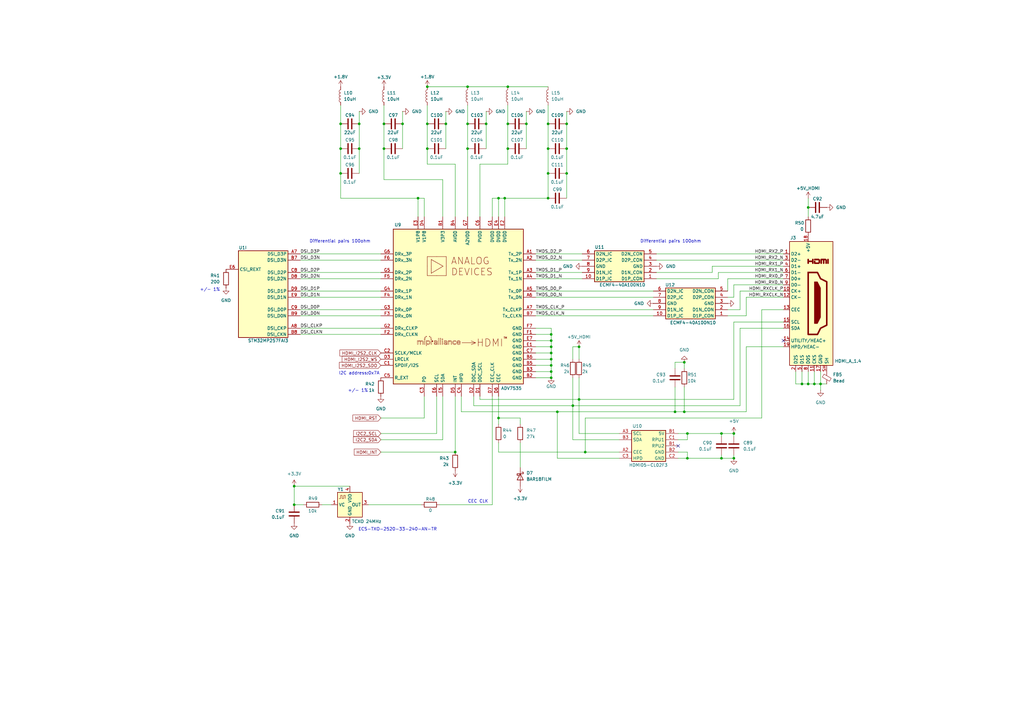
<source format=kicad_sch>
(kicad_sch (version 20250114) (generator "eeschema") (generator_version "9.0")
  (paper "A3")
  (title_block (title "VIDEO") (date "2025-01-21") (rev "1.0") (company "Robotics"))
  (lib_symbols
    (symbol "Connector:HDMI_A_1.4"
      (property "Reference" "J" (at -6.35 26.67 0))
      (property "Value" "HDMI_A_1.4" (at 10.16 26.67 0))
      (symbol "HDMI_A_1.4_1_1"
        (pin passive line (at -10.16 20.32 0) (length 2.54) (name "D2+") (number "1"))
        (pin passive line (at -10.16 17.78 0) (length 2.54) (name "D2-") (number "3"))
        (pin passive line (at -10.16 15.24 0) (length 2.54) (name "D1+") (number "4"))
        (pin passive line (at -10.16 12.7 0) (length 2.54) (name "D1-") (number "6"))
        (pin passive line (at -10.16 10.16 0) (length 2.54) (name "D0+") (number "7"))
        (pin passive line (at -10.16 7.62 0) (length 2.54) (name "D0-") (number "9"))
        (pin passive line (at -10.16 5.08 0) (length 2.54) (name "CK+") (number "10"))
        (pin passive line (at -10.16 2.54 0) (length 2.54) (name "CK-") (number "12"))
        (pin bidirectional line (at -10.16 -2.54 0) (length 2.54) (name "CEC") (number "13"))
        (pin passive line (at -10.16 -7.62 0) (length 2.54) (name "SCL") (number "15"))
        (pin bidirectional line (at -10.16 -10.16 0) (length 2.54) (name "SDA") (number "16"))
        (pin passive line (at -10.16 -15.24 0) (length 2.54) (name "UTILITY/HEAC+") (number "14"))
        (pin passive line (at -10.16 -17.78 0) (length 2.54) (name "HPD/HEAC-") (number "19"))
        (pin power_in line (at -5.08 -27.94 90) (length 2.54) (name "D2S") (number "2"))
        (pin power_in line (at -2.54 -27.94 90) (length 2.54) (name "D1S") (number "5"))
        (pin power_in line (at 0 27.94 270) (length 2.54) (name "+5V") (number "18"))
        (pin power_in line (at 0 -27.94 90) (length 2.54) (name "D0S") (number "8"))
        (pin power_in line (at 2.54 -27.94 90) (length 2.54) (name "CKS") (number "11"))
        (pin power_in line (at 5.08 -27.94 90) (length 2.54) (name "GND") (number "17"))
        (pin passive line (at 7.62 -27.94 90) (length 2.54) (name "SH") (number "SH"))
      )
    )
    (symbol "Device:C" (pin_numbers (hide yes)) (pin_names (offset 0.254))
      (property "Reference" "C" (at 0.635 2.54 0))
      (property "Value" "C" (at 0.635 -2.54 0))
      (symbol "C_1_1"
        (pin passive line (at 0 3.81 270) (length 2.794) (name "~") (number "1"))
        (pin passive line (at 0 -3.81 90) (length 2.794) (name "~") (number "2"))
      )
    )
    (symbol "Device:FerriteBead_Small" (pin_numbers (hide yes)) (pin_names (offset 0))
      (property "Reference" "FB" (at 1.905 1.27 0))
      (property "Value" "FerriteBead_Small" (at 1.905 -1.27 0))
      (symbol "FerriteBead_Small_1_1"
        (pin passive line (at 0 2.54 270) (length 1.27) (name "~") (number "1"))
        (pin passive line (at 0 -2.54 90) (length 1.27) (name "~") (number "2"))
      )
    )
    (symbol "Device:L" (pin_numbers (hide yes)) (pin_names (offset 1.016) (hide yes))
      (property "Reference" "L" (at -1.27 0 90))
      (property "Value" "L" (at 1.905 0 90))
      (symbol "L_1_1"
        (pin passive line (at 0 3.81 270) (length 1.27) (name "1") (number "1"))
        (pin passive line (at 0 -3.81 90) (length 1.27) (name "2") (number "2"))
      )
    )
    (symbol "Device:R" (pin_numbers (hide yes)) (pin_names (offset 0))
      (property "Reference" "R" (at 2.032 0 90))
      (property "Value" "R" (at 0 0 90))
      (symbol "R_1_1"
        (pin passive line (at 0 3.81 270) (length 1.27) (name "~") (number "1"))
        (pin passive line (at 0 -3.81 90) (length 1.27) (name "~") (number "2"))
      )
    )
    (symbol "Diode:BAR42FILM" (pin_numbers (hide yes)) (pin_names (offset 1.016) (hide yes))
      (property "Reference" "D" (at 0 2.54 0))
      (property "Value" "BAR42FILM" (at 0 -2.54 0))
      (symbol "BAR42FILM_1_1"
        (pin passive line (at -3.81 0 0) (length 2.54) (name "K") (number "3"))
        (pin no_connect line (at 1.27 1.27 270) (length 2.54) (hide yes) (name "NC") (number "2"))
        (pin passive line (at 3.81 0 180) (length 2.54) (name "A") (number "1"))
      )
    )
    (symbol "MY_ESD:ECMF4-40A100N10"
      (property "Reference" "U" (at 5.842 2.54 0))
      (property "Value" "ECMF4-40A100N10" (at 16.51 -12.7 0))
      (symbol "ECMF4-40A100N10_1_1"
        (pin input line (at 0 0 0) (length 5.08) (name "D2N_IC") (number "6"))
        (pin input line (at 0 -2.54 0) (length 5.08) (name "D2P_IC") (number "7"))
        (pin input line (at 0 -5.08 0) (length 5.08) (name "GND") (number "8"))
        (pin input line (at 0 -7.62 0) (length 5.08) (name "D1N_IC") (number "9"))
        (pin input line (at 0 -10.16 0) (length 5.08) (name "D1P_IC") (number "10"))
        (pin input line (at 30.48 0 180) (length 5.08) (name "D2N_CON") (number "5"))
        (pin input line (at 30.48 -2.54 180) (length 5.08) (name "D2P_CON") (number "4"))
        (pin input line (at 30.48 -5.08 180) (length 5.08) (name "GND") (number "3"))
        (pin input line (at 30.48 -7.62 180) (length 5.08) (name "D1N_CON") (number "2"))
        (pin input line (at 30.48 -10.16 180) (length 5.08) (name "D1P_CON") (number "1"))
      )
    )
    (symbol "MY_ESD:HDMI05-CL02F3"
      (property "Reference" "U" (at 5.842 2.54 0))
      (property "Value" "HDMI05-CL02F3" (at 12.446 -12.954 0))
      (symbol "HDMI05-CL02F3_1_1"
        (pin input line (at 0 0 0) (length 5.08) (name "SCL") (number "A3"))
        (pin input line (at 0 -2.54 0) (length 5.08) (name "SDA") (number "B3"))
        (pin input line (at 0 -7.62 0) (length 5.08) (name "CEC") (number "A2"))
        (pin input line (at 0 -10.16 0) (length 5.08) (name "HPD") (number "C3"))
        (pin input line (at 24.13 0 180) (length 5.08) (name "5V") (number "B1"))
        (pin input line (at 24.13 -2.54 180) (length 5.08) (name "RPU1") (number "C1"))
        (pin input line (at 24.13 -5.08 180) (length 5.08) (name "RPU2") (number "B1"))
        (pin input line (at 24.13 -7.62 180) (length 5.08) (name "GND") (number "B2"))
        (pin input line (at 24.13 -10.16 180) (length 5.08) (name "GND") (number "C2"))
      )
    )
    (symbol "MY_MIPI-DSI_to_HDMI:ADV7535"
      (property "Reference" "U" (at 6.604 11.43 0))
      (property "Value" "ADV7535" (at 53.848 -55.118 0))
      (symbol "ADV7535_1_1"
        (text "ANALOG\nDEVICES" (at 28.702 -5.08 0) (effects (font (size 2.8 2.8)) (justify left)))
        (text "HDMI" (at 44.704 -36.449 0) (effects (font (size 3 3))))
        (text "TM" (at 51.054 -34.417 0) (effects (font (size 0.7 0.7))))
        (pin input line (at 0 0 0) (length 5.08) (name "DRx_3P") (number "G6"))
        (pin input line (at 0 -2.54 0) (length 5.08) (name "DRx_3N") (number "F6"))
        (pin input line (at 0 -7.62 0) (length 5.08) (name "DRx_2P") (number "G5"))
        (pin input line (at 0 -10.16 0) (length 5.08) (name "DRx_2N") (number "F5"))
        (pin input line (at 0 -15.24 0) (length 5.08) (name "DRx_1P") (number "G4"))
        (pin input line (at 0 -17.78 0) (length 5.08) (name "DRx_1N") (number "F4"))
        (pin input line (at 0 -22.86 0) (length 5.08) (name "DRx_0P") (number "G3"))
        (pin input line (at 0 -25.4 0) (length 5.08) (name "DRx_0N") (number "F3"))
        (pin input line (at 0 -30.48 0) (length 5.08) (name "DRx_CLKP") (number "G2"))
        (pin input line (at 0 -33.02 0) (length 5.08) (name "DRx_CLKN") (number "F2"))
        (pin input line (at 0 -40.64 0) (length 5.08) (name "SCLK/MCLK") (number "C2"))
        (pin input line (at 0 -43.18 0) (length 5.08) (name "LRCLK") (number "D3"))
        (pin input line (at 0 -45.72 0) (length 5.08) (name "SPDIF/I2S") (number "C1"))
        (pin input line (at 0 -50.8 0) (length 5.08) (name "R_EXT") (number "C5"))
        (pin input line (at 15.24 15.24 270) (length 5.08) (name "V1P8") (number "E3"))
        (pin input line (at 17.78 15.24 270) (length 5.08) (name "V1P8") (number "D4"))
        (pin input line (at 17.78 -58.42 90) (length 5.08) (name "PD") (number "C3"))
        (pin input line (at 22.86 -58.42 90) (length 5.08) (name "SCL") (number "E6"))
        (pin input line (at 25.4 15.24 270) (length 5.08) (name "V3P3") (number "B1"))
        (pin input line (at 25.4 -58.42 90) (length 5.08) (name "SDA") (number "E5"))
        (pin input line (at 30.48 15.24 270) (length 5.08) (name "AVDD") (number "B4"))
        (pin input line (at 30.48 -58.42 90) (length 5.08) (name "INT") (number "D5"))
        (pin input line (at 33.02 -58.42 90) (length 5.08) (name "HPD") (number "C4"))
        (pin input line (at 35.56 15.24 270) (length 5.08) (name "A2VDD") (number "G7"))
        (pin input line (at 38.1 -58.42 90) (length 5.08) (name "DDC_SDA") (number "D2"))
        (pin input line (at 40.64 15.24 270) (length 5.08) (name "PVDD") (number "C6"))
        (pin input line (at 40.64 -58.42 90) (length 5.08) (name "DDC_SCL") (number "D1"))
        (pin input line (at 45.72 15.24 270) (length 5.08) (name "DVDD") (number "G1"))
        (pin input line (at 45.72 -58.42 90) (length 5.08) (name "CEC_CLK") (number "D7"))
        (pin input line (at 48.26 15.24 270) (length 5.08) (name "DVDD") (number "E4"))
        (pin input line (at 48.26 -58.42 90) (length 5.08) (name "CEC") (number "D6"))
        (pin input line (at 50.8 15.24 270) (length 5.08) (name "DVDD") (number "E2"))
        (pin input line (at 63.5 0 180) (length 5.08) (name "Tx_2P") (number "A1"))
        (pin input line (at 63.5 -2.54 180) (length 5.08) (name "Tx_2N") (number "A2"))
        (pin input line (at 63.5 -7.62 180) (length 5.08) (name "Tx_1P") (number "A3"))
        (pin input line (at 63.5 -10.16 180) (length 5.08) (name "Tx_1N") (number "A4"))
        (pin input line (at 63.5 -15.24 180) (length 5.08) (name "Tx_0P") (number "A5"))
        (pin input line (at 63.5 -17.78 180) (length 5.08) (name "Tx_0N") (number "A6"))
        (pin input line (at 63.5 -22.86 180) (length 5.08) (name "Tx_CLKP") (number "A7"))
        (pin input line (at 63.5 -25.4 180) (length 5.08) (name "Tx_CLKN") (number "B7"))
        (pin input line (at 63.5 -30.48 180) (length 5.08) (name "GND") (number "F7"))
        (pin input line (at 63.5 -33.02 180) (length 5.08) (name "GND") (number "F1"))
        (pin input line (at 63.5 -35.56 180) (length 5.08) (name "GND") (number "E7"))
        (pin input line (at 63.5 -38.1 180) (length 5.08) (name "GND") (number "E1"))
        (pin input line (at 63.5 -40.64 180) (length 5.08) (name "GND") (number "C7"))
        (pin input line (at 63.5 -43.18 180) (length 5.08) (name "GND") (number "B6"))
        (pin input line (at 63.5 -45.72 180) (length 5.08) (name "GND") (number "B5"))
        (pin input line (at 63.5 -48.26 180) (length 5.08) (name "GND") (number "B3"))
        (pin input line (at 63.5 -50.8 180) (length 5.08) (name "GND") (number "B2"))
      )
    )
    (symbol "Oscillator:FT5HV"
      (property "Reference" "Y" (at 5.08 11.43 0))
      (property "Value" "FT5HV" (at 6.35 8.89 0))
      (symbol "FT5HV_1_1"
        (pin input line (at -7.62 0 0) (length 2.54) (name "VC") (number "1"))
        (pin power_in line (at 0 7.62 270) (length 2.54) (name "VDD") (number "4"))
        (pin power_in line (at 0 -7.62 90) (length 2.54) (name "GND") (number "2"))
        (pin output line (at 7.62 0 180) (length 2.54) (name "OUT") (number "3"))
      )
    )
    (symbol "STM32MP257FAI3_1"
      (property "Reference" "U" (at 6.096 5.842 0))
      (property "Value" "STM32MP257FAI3" (at 20.066 -225.298 0))
      (symbol "STM32MP257FAI3_1_1_1"
        (pin passive line (at 0 0 0) (length 5.08) (name "PA0") (number "Y2"))
        (pin passive line (at 0 -2.54 0) (length 5.08) (name "PA1") (number "V15"))
        (pin passive line (at 0 -5.08 0) (length 5.08) (name "PA2") (number "W13"))
        (pin passive line (at 0 -7.62 0) (length 5.08) (name "PA3") (number "T14"))
        (pin passive line (at 0 -10.16 0) (length 5.08) (name "PA4") (number "Y15"))
        (pin passive line (at 0 -12.7 0) (length 5.08) (name "PA5") (number "Y13"))
        (pin passive line (at 0 -15.24 0) (length 5.08) (name "PA6") (number "V14"))
        (pin passive line (at 0 -17.78 0) (length 5.08) (name "PA7") (number "Y14"))
        (pin passive line (at 0 -20.32 0) (length 5.08) (name "PA8") (number "W15"))
        (pin passive line (at 0 -22.86 0) (length 5.08) (name "PA9") (number "T12"))
        (pin passive line (at 0 -25.4 0) (length 5.08) (name "PA10") (number "U13"))
        (pin passive line (at 0 -27.94 0) (length 5.08) (name "PA11") (number "W12"))
        (pin passive line (at 0 -30.48 0) (length 5.08) (name "PA12") (number "U12"))
        (pin passive line (at 0 -33.02 0) (length 5.08) (name "PA13") (number "Y12"))
        (pin passive line (at 0 -35.56 0) (length 5.08) (name "PA14") (number "U10"))
        (pin passive line (at 0 -38.1 0) (length 5.08) (name "PA15") (number "T10"))
        (pin passive line (at 0 -43.18 0) (length 5.08) (name "PB0") (number "C11"))
        (pin passive line (at 0 -45.72 0) (length 5.08) (name "PB1") (number "D11"))
        (pin passive line (at 0 -48.26 0) (length 5.08) (name "PB2") (number "C10"))
        (pin passive line (at 0 -50.8 0) (length 5.08) (name "PB3") (number "E10"))
        (pin passive line (at 0 -53.34 0) (length 5.08) (name "PB4") (number "D10"))
        (pin passive line (at 0 -55.88 0) (length 5.08) (name "PB5") (number "B11"))
        (pin passive line (at 0 -58.42 0) (length 5.08) (name "PB6") (number "C12"))
        (pin passive line (at 0 -60.96 0) (length 5.08) (name "PB7") (number "D12"))
        (pin passive line (at 0 -63.5 0) (length 5.08) (name "PB8") (number "G11"))
        (pin passive line (at 0 -66.04 0) (length 5.08) (name "PB9") (number "A12"))
        (pin passive line (at 0 -68.58 0) (length 5.08) (name "PB10") (number "A11"))
        (pin passive line (at 0 -71.12 0) (length 5.08) (name "PB11") (number "B12"))
        (pin passive line (at 0 -73.66 0) (length 5.08) (name "PB12") (number "B20"))
        (pin passive line (at 0 -76.2 0) (length 5.08) (name "PB13") (number "D19"))
        (pin passive line (at 0 -78.74 0) (length 5.08) (name "PB14") (number "C20"))
        (pin passive line (at 0 -81.28 0) (length 5.08) (name "PB15") (number "AB4"))
        (pin passive line (at 35.56 0 180) (length 5.08) (name "PC0") (number "AA12"))
        (pin passive line (at 35.56 -2.54 180) (length 5.08) (name "PC1") (number "V11"))
        (pin passive line (at 35.56 -5.08 180) (length 5.08) (name "PC2") (number "Y11"))
        (pin passive line (at 35.56 -7.62 180) (length 5.08) (name "PC3") (number "W9"))
        (pin passive line (at 35.56 -10.16 180) (length 5.08) (name "PC4") (number "V9"))
        (pin passive line (at 35.56 -12.7 180) (length 5.08) (name "PC5") (number "U9"))
        (pin passive line (at 35.56 -15.24 180) (length 5.08) (name "PC6") (number "AA10"))
        (pin passive line (at 35.56 -17.78 180) (length 5.08) (name "PC7") (number "Y8"))
        (pin passive line (at 35.56 -20.32 180) (length 5.08) (name "PC8") (number "V8"))
        (pin passive line (at 35.56 -22.86 180) (length 5.08) (name "PC9") (number "U8"))
        (pin passive line (at 35.56 -25.4 180) (length 5.08) (name "PC10") (number "T8"))
        (pin passive line (at 35.56 -27.94 180) (length 5.08) (name "PC11") (number "AB7"))
        (pin passive line (at 35.56 -30.48 180) (length 5.08) (name "PC12") (number "Y7"))
        (pin passive line (at 35.56 -33.02 180) (length 5.08) (name "PC13") (number "P6"))
        (pin passive line (at 35.56 -35.56 180) (length 5.08) (name "OSC32_IN") (number "R1"))
        (pin passive line (at 35.56 -38.1 180) (length 5.08) (name "OSC32_OUT") (number "R2"))
        (pin passive line (at 35.56 -43.18 180) (length 5.08) (name "PD0") (number "D14"))
        (pin passive line (at 35.56 -45.72 180) (length 5.08) (name "PD1") (number "E15"))
        (pin passive line (at 35.56 -48.26 180) (length 5.08) (name "PD2") (number "E14"))
        (pin passive line (at 35.56 -50.8 180) (length 5.08) (name "PD3") (number "C15"))
        (pin passive line (at 35.56 -53.34 180) (length 5.08) (name "PD4") (number "C14"))
        (pin passive line (at 35.56 -55.88 180) (length 5.08) (name "PD5") (number "B15"))
        (pin passive line (at 35.56 -58.42 180) (length 5.08) (name "PD6") (number "A15"))
        (pin passive line (at 35.56 -60.96 180) (length 5.08) (name "PD7") (number "D15"))
        (pin passive line (at 35.56 -63.5 180) (length 5.08) (name "PD8") (number "C13"))
        (pin passive line (at 35.56 -66.04 180) (length 5.08) (name "PD9") (number "B13"))
        (pin passive line (at 35.56 -68.58 180) (length 5.08) (name "PD10") (number "D13"))
        (pin passive line (at 35.56 -71.12 180) (length 5.08) (name "PD11") (number "E13"))
        (pin passive line (at 35.56 -73.66 180) (length 5.08) (name "PD12") (number "A21"))
        (pin passive line (at 35.56 -76.2 180) (length 5.08) (name "PD13") (number "B21"))
        (pin passive line (at 35.56 -78.74 180) (length 5.08) (name "PD14") (number "G15"))
        (pin passive line (at 35.56 -81.28 180) (length 5.08) (name "PD15") (number "F16"))
      )
      (symbol "STM32MP257FAI3_1_2_1"
        (pin passive line (at 0 0 0) (length 5.08) (name "PE0") (number "A16"))
        (pin passive line (at 0 -2.54 0) (length 5.08) (name "PE1") (number "B16"))
        (pin passive line (at 0 -5.08 0) (length 5.08) (name "PE2") (number "C16"))
        (pin passive line (at 0 -7.62 0) (length 5.08) (name "PE3") (number "D16"))
        (pin passive line (at 0 -10.16 0) (length 5.08) (name "PE4") (number "B17"))
        (pin passive line (at 0 -12.7 0) (length 5.08) (name "PE5") (number "C17"))
        (pin passive line (at 0 -15.24 0) (length 5.08) (name "PE6") (number "E16"))
        (pin passive line (at 0 -17.78 0) (length 5.08) (name "PE7") (number "D17"))
        (pin passive line (at 0 -20.32 0) (length 5.08) (name "PE8") (number "C18"))
        (pin passive line (at 0 -22.86 0) (length 5.08) (name "PE9") (number "D18"))
        (pin passive line (at 0 -25.4 0) (length 5.08) (name "PE10") (number "A19"))
        (pin passive line (at 0 -27.94 0) (length 5.08) (name "PE11") (number "E17"))
        (pin passive line (at 0 -30.48 0) (length 5.08) (name "PE12") (number "C19"))
        (pin passive line (at 0 -33.02 0) (length 5.08) (name "PE13") (number "B19"))
        (pin passive line (at 0 -35.56 0) (length 5.08) (name "PE14") (number "A20"))
        (pin passive line (at 0 -38.1 0) (length 5.08) (name "PE15") (number "F17"))
        (pin passive line (at 0 -43.18 0) (length 5.08) (name "PF0") (number "V12"))
        (pin passive line (at 0 -45.72 0) (length 5.08) (name "PF1") (number "W11"))
        (pin passive line (at 0 -48.26 0) (length 5.08) (name "PF2") (number "V10"))
        (pin passive line (at 0 -50.8 0) (length 5.08) (name "PF3") (number "W10"))
        (pin passive line (at 0 -53.34 0) (length 5.08) (name "PF4") (number "Y10"))
        (pin passive line (at 0 -55.88 0) (length 5.08) (name "PF5") (number "Y9"))
        (pin passive line (at 0 -58.42 0) (length 5.08) (name "PF6") (number "AB8"))
        (pin passive line (at 0 -60.96 0) (length 5.08) (name "PF7") (number "T9"))
        (pin passive line (at 0 -63.5 0) (length 5.08) (name "PF8") (number "AA8"))
        (pin passive line (at 0 -66.04 0) (length 5.08) (name "PF9") (number "AA7"))
        (pin passive line (at 0 -68.58 0) (length 5.08) (name "PF10") (number "AA6"))
        (pin passive line (at 0 -71.12 0) (length 5.08) (name "PF11") (number "Y6"))
        (pin passive line (at 0 -73.66 0) (length 5.08) (name "PF12") (number "K3"))
        (pin passive line (at 0 -76.2 0) (length 5.08) (name "PF13") (number "L4"))
        (pin passive line (at 0 -78.74 0) (length 5.08) (name "PF14") (number "H1"))
        (pin passive line (at 0 -81.28 0) (length 5.08) (name "PF15") (number "L7"))
        (pin passive line (at 35.56 0 180) (length 5.08) (name "PG0") (number "W7"))
        (pin passive line (at 35.56 -2.54 180) (length 5.08) (name "PG1") (number "W6"))
        (pin passive line (at 35.56 -5.08 180) (length 5.08) (name "PG2") (number "Y4"))
        (pin passive line (at 35.56 -7.62 180) (length 5.08) (name "PG3") (number "W4"))
        (pin passive line (at 35.56 -10.16 180) (length 5.08) (name "PG4") (number "AA4"))
        (pin passive line (at 35.56 -12.7 180) (length 5.08) (name "PG5") (number "L1"))
        (pin passive line (at 35.56 -15.24 180) (length 5.08) (name "PG6") (number "H2"))
        (pin passive line (at 35.56 -17.78 180) (length 5.08) (name "PG7") (number "K4"))
        (pin passive line (at 35.56 -20.32 180) (length 5.08) (name "PG8") (number "L5"))
        (pin passive line (at 35.56 -22.86 180) (length 5.08) (name "PG9") (number "G3"))
        (pin passive line (at 35.56 -25.4 180) (length 5.08) (name "PG10") (number "H3"))
        (pin passive line (at 35.56 -27.94 180) (length 5.08) (name "PG11") (number "J4"))
        (pin passive line (at 35.56 -30.48 180) (length 5.08) (name "PG12") (number "J3"))
        (pin passive line (at 35.56 -33.02 180) (length 5.08) (name "PG13") (number "K5"))
        (pin passive line (at 35.56 -35.56 180) (length 5.08) (name "PG14") (number "G4"))
        (pin passive line (at 35.56 -38.1 180) (length 5.08) (name "PG15") (number "H4"))
        (pin passive line (at 35.56 -43.18 180) (length 5.08) (name "OSC_IN") (number "V3"))
        (pin passive line (at 35.56 -45.72 180) (length 5.08) (name "OSC_OUT") (number "V2"))
        (pin passive line (at 35.56 -50.8 180) (length 5.08) (name "PH2") (number "V13"))
        (pin passive line (at 35.56 -53.34 180) (length 5.08) (name "PH3") (number "W14"))
        (pin passive line (at 35.56 -55.88 180) (length 5.08) (name "PH4") (number "AB15"))
        (pin passive line (at 35.56 -58.42 180) (length 5.08) (name "PH5") (number "AA15"))
        (pin passive line (at 35.56 -60.96 180) (length 5.08) (name "PH6") (number "AA14"))
        (pin passive line (at 35.56 -63.5 180) (length 5.08) (name "PH7") (number "T13"))
        (pin passive line (at 35.56 -66.04 180) (length 5.08) (name "PH8") (number "U14"))
        (pin passive line (at 35.56 -68.58 180) (length 5.08) (name "PH9") (number "AB12"))
        (pin passive line (at 35.56 -71.12 180) (length 5.08) (name "PH10") (number "U11"))
        (pin passive line (at 35.56 -73.66 180) (length 5.08) (name "PH11") (number "T11"))
        (pin passive line (at 35.56 -76.2 180) (length 5.08) (name "PH12") (number "AA11"))
        (pin passive line (at 35.56 -78.74 180) (length 5.08) (name "PH13") (number "AB11"))
      )
      (symbol "STM32MP257FAI3_1_3_1"
        (pin passive line (at 0 0 0) (length 5.08) (name "PI0") (number "G5"))
        (pin passive line (at 0 -2.54 0) (length 5.08) (name "PI1") (number "H6"))
        (pin passive line (at 0 -5.08 0) (length 5.08) (name "PI2") (number "J5"))
        (pin passive line (at 0 -7.62 0) (length 5.08) (name "PI3") (number "J6"))
        (pin passive line (at 0 -10.16 0) (length 5.08) (name "PI4") (number "K6"))
        (pin passive line (at 0 -12.7 0) (length 5.08) (name "PI5") (number "H5"))
        (pin passive line (at 0 -15.24 0) (length 5.08) (name "PI6") (number "J7"))
        (pin passive line (at 0 -17.78 0) (length 5.08) (name "PI7") (number "L6"))
        (pin passive line (at 0 -20.32 0) (length 5.08) (name "PI8") (number "M6"))
        (pin passive line (at 0 -22.86 0) (length 5.08) (name "PI9") (number "K7"))
        (pin passive line (at 0 -25.4 0) (length 5.08) (name "PI10") (number "G16"))
        (pin passive line (at 0 -27.94 0) (length 5.08) (name "PI11") (number "E18"))
        (pin passive line (at 0 -30.48 0) (length 5.08) (name "PI12") (number "G1"))
        (pin passive line (at 0 -33.02 0) (length 5.08) (name "PI13") (number "G2"))
        (pin passive line (at 0 -35.56 0) (length 5.08) (name "PI14") (number "G13"))
        (pin passive line (at 0 -38.1 0) (length 5.08) (name "PI15") (number "E11"))
        (pin passive line (at 0 -43.18 0) (length 5.08) (name "PJ0") (number "U15"))
        (pin passive line (at 0 -45.72 0) (length 5.08) (name "PJ1") (number "Y3"))
        (pin passive line (at 0 -48.26 0) (length 5.08) (name "PJ2") (number "AB3"))
        (pin passive line (at 0 -50.8 0) (length 5.08) (name "PJ3") (number "AA3"))
        (pin passive line (at 0 -53.34 0) (length 5.08) (name "PJ4") (number "W3"))
        (pin passive line (at 0 -55.88 0) (length 5.08) (name "PJ5") (number "V4"))
        (pin passive line (at 0 -58.42 0) (length 5.08) (name "PJ6") (number "U5"))
        (pin passive line (at 0 -60.96 0) (length 5.08) (name "PJ7") (number "W2"))
        (pin passive line (at 0 -63.5 0) (length 5.08) (name "PJ8") (number "M2"))
        (pin passive line (at 0 -66.04 0) (length 5.08) (name "PJ9") (number "M1"))
        (pin passive line (at 0 -68.58 0) (length 5.08) (name "PJ10") (number "M3"))
        (pin passive line (at 0 -71.12 0) (length 5.08) (name "PJ11") (number "M5"))
        (pin passive line (at 0 -73.66 0) (length 5.08) (name "PJ12") (number "L2"))
        (pin passive line (at 0 -76.2 0) (length 5.08) (name "PJ13") (number "M4"))
        (pin passive line (at 0 -78.74 0) (length 5.08) (name "PJ14") (number "L3"))
        (pin passive line (at 0 -81.28 0) (length 5.08) (name "PJ15") (number "K2"))
        (pin passive line (at 0 -86.36 0) (length 5.08) (name "BOOT0") (number "R4"))
        (pin passive line (at 0 -88.9 0) (length 5.08) (name "BOOT1") (number "R3"))
        (pin passive line (at 0 -91.44 0) (length 5.08) (name "BOOT2") (number "T2"))
        (pin passive line (at 0 -93.98 0) (length 5.08) (name "BOOT3") (number "T1"))
        (pin passive line (at 35.56 0 180) (length 5.08) (name "PK0") (number "F12"))
        (pin passive line (at 35.56 -2.54 180) (length 5.08) (name "PK1") (number "E12"))
        (pin passive line (at 35.56 -5.08 180) (length 5.08) (name "PK2") (number "F13"))
        (pin passive line (at 35.56 -7.62 180) (length 5.08) (name "PK3") (number "F15"))
        (pin passive line (at 35.56 -10.16 180) (length 5.08) (name "PK4") (number "F11"))
        (pin passive line (at 35.56 -12.7 180) (length 5.08) (name "PK5") (number "F14"))
        (pin passive line (at 35.56 -15.24 180) (length 5.08) (name "PK6") (number "G12"))
        (pin passive line (at 35.56 -17.78 180) (length 5.08) (name "PK7") (number "G14"))
        (pin passive line (at 35.56 -22.86 180) (length 5.08) (name "PZ0") (number "N5"))
        (pin passive line (at 35.56 -25.4 180) (length 5.08) (name "PZ1") (number "N6"))
        (pin passive line (at 35.56 -27.94 180) (length 5.08) (name "PZ2") (number "P4"))
        (pin passive line (at 35.56 -30.48 180) (length 5.08) (name "PZ3") (number "N4"))
        (pin passive line (at 35.56 -33.02 180) (length 5.08) (name "PZ4") (number "R5"))
        (pin passive line (at 35.56 -35.56 180) (length 5.08) (name "PZ5") (number "P5"))
        (pin passive line (at 35.56 -38.1 180) (length 5.08) (name "PZ6") (number "R6"))
        (pin passive line (at 35.56 -40.64 180) (length 5.08) (name "PZ7") (number "P2"))
        (pin passive line (at 35.56 -43.18 180) (length 5.08) (name "PZ8") (number "P3"))
        (pin passive line (at 35.56 -45.72 180) (length 5.08) (name "PZ9") (number "N3"))
        (pin passive line (at 35.56 -50.8 180) (length 5.08) (name "ANA0") (number "V5"))
        (pin passive line (at 35.56 -53.34 180) (length 5.08) (name "ANA1") (number "V6"))
        (pin passive line (at 35.56 -58.42 180) (length 5.08) (name "PDR_ON") (number "T7"))
        (pin passive line (at 35.56 -63.5 180) (length 5.08) (name "NRST") (number "U3"))
        (pin passive line (at 35.56 -66.04 180) (length 5.08) (name "NRSTC1MS") (number "T3"))
        (pin passive line (at 35.56 -71.12 180) (length 5.08) (name "PWR_ON") (number "T5"))
        (pin passive line (at 35.56 -73.66 180) (length 5.08) (name "PWR_LP") (number "U4"))
        (pin passive line (at 35.56 -78.74 180) (length 5.08) (name "PWR_CPU_ON") (number "T6"))
        (pin passive line (at 35.56 -83.82 180) (length 5.08) (name "JTMS-SWDIO") (number "Y1"))
        (pin passive line (at 35.56 -86.36 180) (length 5.08) (name "JTCK-SWCLK") (number "AA1"))
        (pin passive line (at 35.56 -88.9 180) (length 5.08) (name "JTDI") (number "AB2"))
        (pin passive line (at 35.56 -91.44 180) (length 5.08) (name "JTDO-TRACESWO") (number "W1"))
        (pin passive line (at 35.56 -93.98 180) (length 5.08) (name "NJTRST") (number "AA2"))
      )
      (symbol "STM32MP257FAI3_1_4_1"
        (pin passive line (at 0 -5.08 0) (length 5.08) (name "DSI_REXT") (number "E8"))
        (pin passive line (at 31.75 -2.54 180) (length 5.08) (name "CSI_CKN") (number "D6"))
        (pin passive line (at 31.75 -5.08 180) (length 5.08) (name "CSI_CKP") (number "C6"))
        (pin passive line (at 31.75 -7.62 180) (length 5.08) (name "CSI_D0N") (number "B5"))
        (pin passive line (at 31.75 -10.16 180) (length 5.08) (name "CSI_D0P") (number "C5"))
        (pin passive line (at 31.75 -12.7 180) (length 5.08) (name "CSI_D1N") (number "E7"))
        (pin passive line (at 31.75 -15.24 180) (length 5.08) (name "CSI_D1P") (number "D7"))
      )
      (symbol "STM32MP257FAI3_1_5_1"
        (pin passive line (at -5.08 -43.18 0) (length 5.08) (name "COMBOPHY_REXT") (number "Y20"))
        (pin passive line (at 35.56 -5.08 180) (length 5.08) (name "PCIE_CLKINN") (number "AA18"))
        (pin passive line (at 35.56 -7.62 180) (length 5.08) (name "PCIE_CLKINP") (number "Y18"))
        (pin passive line (at 35.56 -17.78 180) (length 5.08) (name "PCIE_CLKOUTN") (number "AB21"))
        (pin passive line (at 35.56 -20.32 180) (length 5.08) (name "PCIE_CLKOUTP") (number "AA21"))
        (pin passive line (at 35.56 -30.48 180) (length 5.08) (name "COMBOPHY_RX1N") (number "AB20"))
        (pin passive line (at 35.56 -33.02 180) (length 5.08) (name "COMBOPHY_RX1P") (number "AA20"))
        (pin passive line (at 35.56 -35.56 180) (length 5.08) (name "COMBOPHY_TX1N") (number "AB19"))
        (pin passive line (at 35.56 -38.1 180) (length 5.08) (name "COMBOPHY_TX1P") (number "AA19"))
        (pin passive line (at 35.56 -48.26 180) (length 5.08) (name "USB3DR_DM") (number "Y17"))
        (pin passive line (at 35.56 -50.8 180) (length 5.08) (name "USB3DR_DP") (number "W17"))
        (pin passive line (at 35.56 -60.96 180) (length 5.08) (name "USBH_HS_DM") (number "AB16"))
        (pin passive line (at 35.56 -63.5 180) (length 5.08) (name "USBH_HS_DP") (number "AA16"))
        (pin passive line (at 35.56 -68.58 180) (length 5.08) (name "UCPD1_CC1") (number "T15"))
        (pin passive line (at 35.56 -71.12 180) (length 5.08) (name "UCPD1_CC2") (number "T17"))
        (pin passive line (at 35.56 -76.2 180) (length 5.08) (name "USB3DR_TXRTUNE") (number "V17"))
        (pin passive line (at 35.56 -78.74 180) (length 5.08) (name "USBH_HS_TXRTUNE") (number "V16"))
        (pin passive line (at 35.56 -83.82 180) (length 5.08) (name "DNU") (number "U16"))
      )
      (symbol "STM32MP257FAI3_1_6_1"
        (pin passive line (at 0 0 0) (length 5.08) (name "DDR_DQ0") (number "W22"))
        (pin passive line (at 0 -2.54 0) (length 5.08) (name "DDR_DQ1") (number "Y21"))
        (pin passive line (at 0 -5.08 0) (length 5.08) (name "DDR_DQ2") (number "Y22"))
        (pin passive line (at 0 -7.62 0) (length 5.08) (name "DDR_DQ3") (number "AA22"))
        (pin passive line (at 0 -10.16 0) (length 5.08) (name "DDR_DQ4") (number "T21"))
        (pin passive line (at 0 -12.7 0) (length 5.08) (name "DDR_DQ5") (number "T20"))
        (pin passive line (at 0 -15.24 0) (length 5.08) (name "DDR_DQ6") (number "U21"))
        (pin passive line (at 0 -17.78 0) (length 5.08) (name "DDR_DQ7") (number "U20"))
        (pin passive line (at 0 -20.32 0) (length 5.08) (name "DDR_DQS0P") (number "V20"))
        (pin passive line (at 0 -22.86 0) (length 5.08) (name "DDR_DQS0N") (number "W20"))
        (pin passive line (at 0 -25.4 0) (length 5.08) (name "DDR_DQM0") (number "W21"))
        (pin passive line (at 0 -30.48 0) (length 5.08) (name "DDR_DQ8") (number "M21"))
        (pin passive line (at 0 -33.02 0) (length 5.08) (name "DDR_DQ9") (number "M22"))
        (pin passive line (at 0 -35.56 0) (length 5.08) (name "DDR_DQ10") (number "L21"))
        (pin passive line (at 0 -38.1 0) (length 5.08) (name "DDR_DQ11") (number "L22"))
        (pin passive line (at 0 -40.64 0) (length 5.08) (name "DDR_DQ12") (number "T22"))
        (pin passive line (at 0 -43.18 0) (length 5.08) (name "DDR_DQ13") (number "R20"))
        (pin passive line (at 0 -45.72 0) (length 5.08) (name "DDR_DQ14") (number "R21"))
        (pin passive line (at 0 -48.26 0) (length 5.08) (name "DDR_DQ15") (number "R22"))
        (pin passive line (at 0 -50.8 0) (length 5.08) (name "DDR_DQS1P") (number "N20"))
        (pin passive line (at 0 -53.34 0) (length 5.08) (name "DDR_DQS1N") (number "N21"))
        (pin passive line (at 0 -55.88 0) (length 5.08) (name "DDR_DQM1") (number "P20"))
        (pin passive line (at 0 -60.96 0) (length 5.08) (name "DDR_DQ16") (number "D20"))
        (pin passive line (at 0 -63.5 0) (length 5.08) (name "DDR_DQ17") (number "C22"))
        (pin passive line (at 0 -66.04 0) (length 5.08) (name "DDR_DQ18") (number "C21"))
        (pin passive line (at 0 -68.58 0) (length 5.08) (name "DDR_DQ19") (number "B22"))
        (pin passive line (at 0 -71.12 0) (length 5.08) (name "DDR_DQ20") (number "F20"))
        (pin passive line (at 0 -73.66 0) (length 5.08) (name "DDR_DQ21") (number "F19"))
        (pin passive line (at 0 -76.2 0) (length 5.08) (name "DDR_DQ22") (number "E19"))
        (pin passive line (at 0 -78.74 0) (length 5.08) (name "DDR_DQ23") (number "E20"))
        (pin passive line (at 0 -81.28 0) (length 5.08) (name "DDR_DQS2P") (number "D21"))
        (pin passive line (at 0 -83.82 0) (length 5.08) (name "DDR_DQS2N") (number "D22"))
        (pin passive line (at 0 -86.36 0) (length 5.08) (name "DDR_DQM2") (number "E21"))
        (pin passive line (at 0 -91.44 0) (length 5.08) (name "DDR_DQ24") (number "G19"))
        (pin passive line (at 0 -93.98 0) (length 5.08) (name "DDR_DQ25") (number "G22"))
        (pin passive line (at 0 -96.52 0) (length 5.08) (name "DDR_DQ26") (number "G21"))
        (pin passive line (at 0 -99.06 0) (length 5.08) (name "DDR_DQ27") (number "G20"))
        (pin passive line (at 0 -101.6 0) (length 5.08) (name "DDR_DQ28") (number "J21"))
        (pin passive line (at 0 -104.14 0) (length 5.08) (name "DDR_DQ29") (number "J20"))
        (pin passive line (at 0 -106.68 0) (length 5.08) (name "DDR_DQ30") (number "K20"))
        (pin passive line (at 0 -109.22 0) (length 5.08) (name "DDR_DQ31") (number "L19"))
        (pin passive line (at 0 -111.76 0) (length 5.08) (name "DDR_DQS3P") (number "H22"))
        (pin passive line (at 0 -114.3 0) (length 5.08) (name "DDR_DQS3N") (number "H21"))
        (pin passive line (at 0 -116.84 0) (length 5.08) (name "DDR_DQM3") (number "H20"))
        (pin passive line (at 38.1 0 180) (length 5.08) (name "DDR_A0") (number "M16"))
        (pin passive line (at 38.1 -2.54 180) (length 5.08) (name "DDR_A1") (number "U18"))
        (pin passive line (at 38.1 -5.08 180) (length 5.08) (name "DDR_A2") (number "N16"))
        (pin passive line (at 38.1 -7.62 180) (length 5.08) (name "DDR_A3") (number "M17"))
        (pin passive line (at 38.1 -10.16 180) (length 5.08) (name "DDR_A4") (number "N19"))
        (pin passive line (at 38.1 -12.7 180) (length 5.08) (name "DDR_A5") (number "M19"))
        (pin passive line (at 38.1 -15.24 180) (length 5.08) (name "DDR_A6") (number "T18"))
        (pin passive line (at 38.1 -17.78 180) (length 5.08) (name "DDR_A7") (number "U19"))
        (pin passive line (at 38.1 -20.32 180) (length 5.08) (name "DDR_A8") (number "P19"))
        (pin passive line (at 38.1 -22.86 180) (length 5.08) (name "DDR_A9") (number "P18"))
        (pin passive line (at 38.1 -25.4 180) (length 5.08) (name "DDR_A10") (number "N18"))
        (pin passive line (at 38.1 -27.94 180) (length 5.08) (name "DDR_A11") (number "N17"))
        (pin passive line (at 38.1 -30.48 180) (length 5.08) (name "DDR_A12") (number "K19"))
        (pin passive line (at 38.1 -33.02 180) (length 5.08) (name "DDR_A13") (number "K18"))
        (pin passive line (at 38.1 -35.56 180) (length 5.08) (name "DDR_A14") (number "L18"))
        (pin passive line (at 38.1 -38.1 180) (length 5.08) (name "DDR_A15") (number "L17"))
        (pin passive line (at 38.1 -40.64 180) (length 5.08) (name "DDR_A16") (number "J18"))
        (pin passive line (at 38.1 -43.18 180) (length 5.08) (name "DDR_A17") (number "H18"))
        (pin passive line (at 38.1 -45.72 180) (length 5.08) (name "DDR_A18") (number "H19"))
        (pin passive line (at 38.1 -48.26 180) (length 5.08) (name "DDR_A19") (number "K17"))
        (pin passive line (at 38.1 -50.8 180) (length 5.08) (name "DDR_A20") (number "G18"))
        (pin passive line (at 38.1 -53.34 180) (length 5.08) (name "DDR_A21") (number "J19"))
        (pin passive line (at 38.1 -55.88 180) (length 5.08) (name "DDR_A22") (number "H17"))
        (pin passive line (at 38.1 -58.42 180) (length 5.08) (name "DDR_A23") (number "J17"))
        (pin passive line (at 38.1 -63.5 180) (length 5.08) (name "DDR_A25") (number "R17"))
        (pin passive line (at 38.1 -66.04 180) (length 5.08) (name "DDR_A26") (number "R19"))
        (pin passive line (at 38.1 -68.58 180) (length 5.08) (name "DDR_A27") (number "R18"))
        (pin passive line (at 38.1 -71.12 180) (length 5.08) (name "DDR_A28") (number "M18"))
        (pin passive line (at 38.1 -73.66 180) (length 5.08) (name "DDR_A29") (number "T19"))
        (pin passive line (at 38.1 -76.2 180) (length 5.08) (name "DDR_A30") (number "P17"))
        (pin passive line (at 38.1 -78.74 180) (length 5.08) (name "DDR_A31") (number "P16"))
        (pin passive line (at 38.1 -88.9 180) (length 5.08) (name "DDR_RESETN") (number "F18"))
        (pin passive line (at 38.1 -99.06 180) (length 5.08) (name "DDR_VREF") (number "L20"))
        (pin passive line (at 38.1 -114.3 180) (length 5.08) (name "DDR_ZQ") (number "K16"))
      )
      (symbol "STM32MP257FAI3_1_7_1"
        (pin passive line (at 0 0 0) (length 5.08) (name "VDDCORE_1") (number "H7"))
        (pin passive line (at 0 -2.54 0) (length 5.08) (name "VDDCORE_3") (number "J8"))
        (pin passive line (at 0 -5.08 0) (length 5.08) (name "VDDCORE_2") (number "H9"))
        (pin passive line (at 0 -7.62 0) (length 5.08) (name "VDDCORE_4") (number "J10"))
        (pin passive line (at 0 -10.16 0) (length 5.08) (name "VDDCORE_5") (number "K9"))
        (pin passive line (at 0 -12.7 0) (length 5.08) (name "VDDCORE_6") (number "K11"))
        (pin passive line (at 0 -15.24 0) (length 5.08) (name "VDDCORE_7") (number "L10"))
        (pin passive line (at 0 -20.32 0) (length 5.08) (name "VDDGPU_1") (number "M11"))
        (pin passive line (at 0 -22.86 0) (length 5.08) (name "VDDGPU_2") (number "M13"))
        (pin passive line (at 0 -25.4 0) (length 5.08) (name "VDDGPU_3") (number "N10"))
        (pin passive line (at 0 -27.94 0) (length 5.08) (name "VDDGPU_4") (number "N12"))
        (pin passive line (at 0 -30.48 0) (length 5.08) (name "VDDGPU_5") (number "P13"))
        (pin passive line (at 0 -33.02 0) (length 5.08) (name "VDDGPU_6") (number "R12"))
        (pin passive line (at 0 -38.1 0) (length 5.08) (name "VDDCPU_1") (number "H11"))
        (pin passive line (at 0 -40.64 0) (length 5.08) (name "VDDCPU_2") (number "H13"))
        (pin passive line (at 0 -43.18 0) (length 5.08) (name "VDDCPU_3") (number "H15"))
        (pin passive line (at 0 -45.72 0) (length 5.08) (name "VDDCPU_4") (number "J12"))
        (pin passive line (at 0 -48.26 0) (length 5.08) (name "VDDCPU_5") (number "J14"))
        (pin passive line (at 0 -50.8 0) (length 5.08) (name "VDDCPU_6") (number "K13"))
        (pin passive line (at 0 -53.34 0) (length 5.08) (name "VDDCPU_7") (number "L12"))
        (pin passive line (at 0 -58.42 0) (length 5.08) (name "VDD_1") (number "M9"))
        (pin passive line (at 0 -60.96 0) (length 5.08) (name "VDD_2") (number "N8"))
        (pin passive line (at 0 -63.5 0) (length 5.08) (name "VDD_3") (number "P9"))
        (pin passive line (at 0 -66.04 0) (length 5.08) (name "VDD_4") (number "P11"))
        (pin passive line (at 0 -68.58 0) (length 5.08) (name "VDD_5") (number "R8"))
        (pin passive line (at 0 -71.12 0) (length 5.08) (name "VDD_6") (number "R10"))
        (pin passive line (at 0 -76.2 0) (length 5.08) (name "VDDQDDR_1") (number "K15"))
        (pin passive line (at 0 -78.74 0) (length 5.08) (name "VDDQDDR_2") (number "L14"))
        (pin passive line (at 0 -81.28 0) (length 5.08) (name "VDDQDDR_3") (number "L16"))
        (pin passive line (at 0 -83.82 0) (length 5.08) (name "VDDQDDR_4") (number "M15"))
        (pin passive line (at 0 -86.36 0) (length 5.08) (name "VDDQDDR_5") (number "N14"))
        (pin passive line (at 0 -88.9 0) (length 5.08) (name "VDDQDDR_6") (number "P15"))
        (pin passive line (at 0 -91.44 0) (length 5.08) (name "VDDQDDR_7") (number "R14"))
        (pin passive line (at 0 -93.98 0) (length 5.08) (name "VDDQDDR_8") (number "R16"))
        (pin passive line (at 0 -109.22 0) (length 5.08) (name "VBAT") (number "P7"))
        (pin passive line (at 0 -116.84 0) (length 5.08) (name "V08CAP") (number "M8"))
        (pin passive line (at 0 -127 0) (length 5.08) (name "VDD33USB") (number "Y16"))
        (pin passive line (at 0 -129.54 0) (length 5.08) (name "VDD33UCPD") (number "T16"))
        (pin passive line (at 0 -142.24 0) (length 5.08) (name "VDDCOMBOPHYTX") (number "Y19"))
        (pin passive line (at 0 -144.78 0) (length 5.08) (name "VDDCOMBOPHY") (number "V19"))
        (pin passive line (at 0 -147.32 0) (length 5.08) (name "VDDPCIECLK") (number "V18"))
        (pin passive line (at 0 -152.4 0) (length 5.08) (name "VDDDSI") (number "F7"))
        (pin passive line (at 0 -160.02 0) (length 5.08) (name "VREF-") (number "W5"))
        (pin passive line (at 0 -162.56 0) (length 5.08) (name "VREF+") (number "Y5"))
        (pin passive line (at 0 -172.72 0) (length 5.08) (name "VDDLVDS") (number "G7"))
        (pin passive line (at 0 -182.88 0) (length 5.08) (name "VDDCSI") (number "D5"))
        (pin passive line (at 0 -193.04 0) (length 5.08) (name "VDDIO1") (number "G10"))
        (pin passive line (at 0 -203.2 0) (length 5.08) (name "VDDIO2") (number "F10"))
        (pin passive line (at 0 -210.82 0) (length 5.08) (name "VDDIO3_1") (number "F8"))
        (pin passive line (at 0 -213.36 0) (length 5.08) (name "VDDIO3_2") (number "F9"))
        (pin passive line (at 0 -218.44 0) (length 5.08) (name "VDDIO4_1") (number "G8"))
        (pin passive line (at 0 -220.98 0) (length 5.08) (name "VDDIO4_2") (number "G9"))
        (pin passive line (at 40.64 0 180) (length 5.08) (name "VSS_1") (number "A1"))
        (pin passive line (at 40.64 -2.54 180) (length 5.08) (name "VSS_2") (number "A22"))
        (pin passive line (at 40.64 -5.08 180) (length 5.08) (name "VSS_3") (number "E5"))
        (pin passive line (at 40.64 -7.62 180) (length 5.08) (name "VSS_4") (number "G6"))
        (pin passive line (at 40.64 -10.16 180) (length 5.08) (name "VSS_5") (number "H8"))
        (pin passive line (at 40.64 -12.7 180) (length 5.08) (name "VSS_6") (number "H10"))
        (pin passive line (at 40.64 -15.24 180) (length 5.08) (name "VSS_7") (number "H12"))
        (pin passive line (at 40.64 -17.78 180) (length 5.08) (name "VSS_8") (number "H14"))
        (pin passive line (at 40.64 -20.32 180) (length 5.08) (name "VSS_9") (number "H16"))
        (pin passive line (at 40.64 -22.86 180) (length 5.08) (name "VSS_10") (number "J9"))
        (pin passive line (at 40.64 -25.4 180) (length 5.08) (name "VSS_11") (number "J11"))
        (pin passive line (at 40.64 -27.94 180) (length 5.08) (name "VSS_12") (number "J13"))
        (pin passive line (at 40.64 -30.48 180) (length 5.08) (name "VSS_13") (number "J15"))
        (pin passive line (at 40.64 -33.02 180) (length 5.08) (name "VSS_14") (number "K10"))
        (pin passive line (at 40.64 -35.56 180) (length 5.08) (name "VSS_15") (number "K12"))
        (pin passive line (at 40.64 -38.1 180) (length 5.08) (name "VSS_16") (number "K14"))
        (pin passive line (at 40.64 -40.64 180) (length 5.08) (name "VSS_17") (number "L9"))
        (pin passive line (at 40.64 -43.18 180) (length 5.08) (name "VSS_18") (number "L11"))
        (pin passive line (at 40.64 -45.72 180) (length 5.08) (name "VSS_19") (number "L13"))
        (pin passive line (at 40.64 -48.26 180) (length 5.08) (name "VSS_20") (number "L15"))
        (pin passive line (at 40.64 -50.8 180) (length 5.08) (name "VSS_21") (number "M10"))
        (pin passive line (at 40.64 -53.34 180) (length 5.08) (name "VSS_22") (number "M12"))
        (pin passive line (at 40.64 -55.88 180) (length 5.08) (name "VSS_23") (number "M14"))
        (pin passive line (at 40.64 -58.42 180) (length 5.08) (name "VSS_24") (number "M20"))
        (pin passive line (at 40.64 -60.96 180) (length 5.08) (name "VSS_25") (number "N7"))
        (pin passive line (at 40.64 -63.5 180) (length 5.08) (name "VSS_26") (number "N9"))
        (pin passive line (at 40.64 -66.04 180) (length 5.08) (name "VSS_27") (number "N11"))
        (pin passive line (at 40.64 -68.58 180) (length 5.08) (name "VSS_28") (number "N13"))
        (pin passive line (at 40.64 -71.12 180) (length 5.08) (name "VSS_29") (number "N15"))
        (pin passive line (at 40.64 -73.66 180) (length 5.08) (name "VSS_30") (number "P8"))
        (pin passive line (at 40.64 -76.2 180) (length 5.08) (name "VSS_31") (number "P10"))
        (pin passive line (at 40.64 -78.74 180) (length 5.08) (name "VSS_32") (number "P12"))
        (pin passive line (at 40.64 -81.28 180) (length 5.08) (name "VSS_33") (number "P14"))
        (pin passive line (at 40.64 -83.82 180) (length 5.08) (name "VSS_34") (number "R9"))
        (pin passive line (at 40.64 -86.36 180) (length 5.08) (name "VSS_35") (number "R11"))
        (pin passive line (at 40.64 -88.9 180) (length 5.08) (name "VSS_36") (number "R13"))
        (pin passive line (at 40.64 -91.44 180) (length 5.08) (name "VSS_37") (number "R15"))
        (pin passive line (at 40.64 -93.98 180) (length 5.08) (name "VSS_38") (number "T4"))
        (pin passive line (at 40.64 -96.52 180) (length 5.08) (name "VSS_39") (number "U6"))
        (pin passive line (at 40.64 -99.06 180) (length 5.08) (name "VSS_40") (number "W8"))
        (pin passive line (at 40.64 -101.6 180) (length 5.08) (name "VSS_41") (number "W16"))
        (pin passive line (at 40.64 -104.14 180) (length 5.08) (name "VSS_42") (number "W19"))
        (pin passive line (at 40.64 -106.68 180) (length 5.08) (name "VSS_43") (number "AB1"))
        (pin passive line (at 40.64 -109.22 180) (length 5.08) (name "VSS_44") (number "AB22"))
        (pin passive line (at 40.64 -114.3 180) (length 5.08) (name "VSSAON") (number "M7"))
        (pin passive line (at 40.64 -116.84 180) (length 5.08) (name "VSSA") (number "U7"))
        (pin passive line (at 40.64 -127 180) (length 5.08) (name "VDDA18ADC") (number "V7"))
        (pin passive line (at 40.64 -137.16 180) (length 5.08) (name "VDDA18USB") (number "U17"))
        (pin passive line (at 40.64 -149.86 180) (length 5.08) (name "VDDA18COMBOPHY") (number "W18"))
        (pin passive line (at 40.64 -157.48 180) (length 5.08) (name "VDDA18LVDS") (number "C4"))
        (pin passive line (at 40.64 -165.1 180) (length 5.08) (name "VDDA18DSI") (number "C7"))
        (pin passive line (at 40.64 -180.34 180) (length 5.08) (name "VDDA18CSI") (number "F6"))
        (pin passive line (at 40.64 -193.04 180) (length 5.08) (name "VDDA18DDR") (number "J16"))
        (pin passive line (at 40.64 -203.2 180) (length 5.08) (name "VDDA18AON") (number "R7"))
        (pin passive line (at 40.64 -210.82 180) (length 5.08) (name "VDDA18PLL1") (number "G17"))
        (pin passive line (at 40.64 -213.36 180) (length 5.08) (name "VDDA18PLL2") (number "K8"))
        (pin passive line (at 40.64 -215.9 180) (length 5.08) (name "VDDA18PLL3") (number "L8"))
      )
      (symbol "STM32MP257FAI3_1_8_1"
        (pin passive line (at 31.75 -5.08 180) (length 5.08) (name "LVDS1_D0N") (number "D3"))
        (pin passive line (at 31.75 -7.62 180) (length 5.08) (name "LVDS1_D0P") (number "D4"))
        (pin passive line (at 31.75 -10.16 180) (length 5.08) (name "LVDS1_D1N") (number "D1"))
        (pin passive line (at 31.75 -12.7 180) (length 5.08) (name "LVDS1_D1P") (number "D2"))
        (pin passive line (at 31.75 -15.24 180) (length 5.08) (name "LVDS1_D2N") (number "E4"))
        (pin passive line (at 31.75 -17.78 180) (length 5.08) (name "LVDS1_D2P") (number "E3"))
        (pin passive line (at 31.75 -20.32 180) (length 5.08) (name "LVDS1_D3N") (number "F3"))
        (pin passive line (at 31.75 -22.86 180) (length 5.08) (name "LVDS1_D3P") (number "F2"))
        (pin passive line (at 31.75 -25.4 180) (length 5.08) (name "LVDS1_D4N") (number "F5"))
        (pin passive line (at 31.75 -27.94 180) (length 5.08) (name "LVDS1_D4P") (number "F4"))
        (pin passive line (at 31.75 -33.02 180) (length 5.08) (name "LVDS2_D0N") (number "B4"))
        (pin passive line (at 31.75 -35.56 180) (length 5.08) (name "LVDS2_D0P") (number "A4"))
        (pin passive line (at 31.75 -38.1 180) (length 5.08) (name "LVDS2_D1N") (number "A3"))
        (pin passive line (at 31.75 -40.64 180) (length 5.08) (name "LVDS2_D1P") (number "A2"))
        (pin passive line (at 31.75 -43.18 180) (length 5.08) (name "LVDS2_D2N") (number "B3"))
        (pin passive line (at 31.75 -45.72 180) (length 5.08) (name "LVDS2_D2P") (number "C3"))
        (pin passive line (at 31.75 -48.26 180) (length 5.08) (name "LVDS2_D3N") (number "C2"))
        (pin passive line (at 31.75 -50.8 180) (length 5.08) (name "LVDS2_D3P") (number "C1"))
        (pin passive line (at 31.75 -53.34 180) (length 5.08) (name "LVDS2_D4N") (number "B2"))
        (pin passive line (at 31.75 -55.88 180) (length 5.08) (name "LVDS2_D4P") (number "B1"))
      )
      (symbol "STM32MP257FAI3_1_9_1"
        (pin passive line (at 0 -6.35 0) (length 5.08) (name "CSI_REXT") (number "E6"))
        (pin passive line (at 30.48 0 180) (length 5.08) (name "DSI_D3P") (number "A7"))
        (pin passive line (at 30.48 -2.54 180) (length 5.08) (name "DSI_D3N") (number "B7"))
        (pin passive line (at 30.48 -7.62 180) (length 5.08) (name "DSI_D2P") (number "C8"))
        (pin passive line (at 30.48 -10.16 180) (length 5.08) (name "DSI_D2N") (number "D8"))
        (pin passive line (at 30.48 -15.24 180) (length 5.08) (name "DSI_D1P") (number "D9"))
        (pin passive line (at 30.48 -17.78 180) (length 5.08) (name "DSI_D1N") (number "E9"))
        (pin passive line (at 30.48 -22.86 180) (length 5.08) (name "DSI_D0P") (number "C9"))
        (pin passive line (at 30.48 -25.4 180) (length 5.08) (name "DSI_D0N") (number "B9"))
        (pin passive line (at 30.48 -30.48 180) (length 5.08) (name "DSI_CKP") (number "A8"))
        (pin passive line (at 30.48 -33.02 180) (length 5.08) (name "DSI_CKN") (number "B8"))
      )
    )
    (symbol "power:+3.3V" (power) (pin_numbers (hide yes)) (pin_names (offset 0) (hide yes))
      (property "Value" "+3.3V" (at 0 3.556 0))
      (symbol "+3.3V_1_1"
        (pin power_in line (at 0 0 90) (length 0) (name "~") (number "1"))
      )
    )
    (symbol "power:+5V" (power) (pin_numbers (hide yes)) (pin_names (offset 0) (hide yes))
      (property "Value" "+5V" (at 0 3.556 0))
      (symbol "+5V_1_1"
        (pin power_in line (at 0 0 90) (length 0) (name "~") (number "1"))
      )
    )
    (symbol "power:GND" (power) (pin_numbers (hide yes)) (pin_names (offset 0) (hide yes))
      (property "Value" "GND" (at 0 -3.81 0))
      (symbol "GND_1_1"
        (pin power_in line (at 0 0 270) (length 0) (name "~") (number "1"))
      )
    )
  )
  (text "Differential pairs 100ohm" (at 275.082 99.06 0) (effects (font (size 1.27 1.27))))
  (text "+/- 1%" (at 146.812 160.274 0) (effects (font (size 1.27 1.27))))
  (text "Differential pairs 100ohm" (at 139.446 99.06 0) (effects (font (size 1.27 1.27))))
  (text "CEC CLK" (at 196.088 205.74 0) (effects (font (size 1.27 1.27))))
  (text "I2C address:0x7A" (at 147.32 153.162 0) (effects (font (size 1.27 1.27))))
  (text "ECS-TXO-2520-33-240-AN-TR" (at 163.068 217.17 0) (effects (font (size 1.27 1.27))))
  (text "+/- 1%" (at 86.106 118.872 0) (effects (font (size 1.27 1.27))))
  (junction (at 234.95 166.37))
  (junction (at 334.01 157.48))
  (junction (at 175.26 50.8))
  (junction (at 328.93 157.48))
  (junction (at 237.49 142.24))
  (junction (at 276.86 168.91))
  (junction (at 139.7 60.96))
  (junction (at 215.9 50.8))
  (junction (at 120.65 207.01))
  (junction (at 191.77 35.56))
  (junction (at 280.67 148.59))
  (junction (at 147.32 50.8))
  (junction (at 175.26 60.96))
  (junction (at 224.79 50.8))
  (junction (at 204.47 81.28))
  (junction (at 208.28 50.8))
  (junction (at 295.91 187.96))
  (junction (at 300.99 177.8))
  (junction (at 280.67 168.91))
  (junction (at 207.01 81.28))
  (junction (at 240.03 185.42))
  (junction (at 226.06 137.16))
  (junction (at 157.48 50.8))
  (junction (at 186.69 185.42))
  (junction (at 281.94 177.8))
  (junction (at 226.06 142.24))
  (junction (at 139.7 71.12))
  (junction (at 204.47 171.45))
  (junction (at 199.39 50.8))
  (junction (at 191.77 50.8))
  (junction (at 224.79 71.12))
  (junction (at 139.7 50.8))
  (junction (at 157.48 60.96))
  (junction (at 208.28 60.96))
  (junction (at 165.1 50.8))
  (junction (at 281.94 187.96))
  (junction (at 226.06 149.86))
  (junction (at 147.32 60.96))
  (junction (at 226.06 147.32))
  (junction (at 226.06 152.4))
  (junction (at 300.99 187.96))
  (junction (at 226.06 144.78))
  (junction (at 232.41 50.8))
  (junction (at 228.6 168.91))
  (junction (at 331.47 85.09))
  (junction (at 120.65 199.39))
  (junction (at 226.06 154.94))
  (junction (at 295.91 177.8))
  (junction (at 331.47 157.48))
  (junction (at 208.28 35.56))
  (junction (at 182.88 50.8))
  (junction (at 232.41 71.12))
  (junction (at 191.77 60.96))
  (junction (at 226.06 139.7))
  (junction (at 171.45 81.28))
  (junction (at 336.55 157.48))
  (junction (at 237.49 163.83))
  (junction (at 175.26 35.56))
  (junction (at 232.41 60.96))
  (junction (at 224.79 81.28))
  (junction (at 224.79 60.96))
  (no_connect (at 321.31 139.7))
  (no_connect (at 278.13 182.88))
  (wire (pts (xy 123.19 134.62) (xy 156.21 134.62)))
  (wire (pts (xy 123.19 129.54) (xy 156.21 129.54)))
  (wire (pts (xy 295.91 177.8) (xy 300.99 177.8)))
  (wire (pts (xy 295.91 186.69) (xy 295.91 187.96)))
  (wire (pts (xy 331.47 152.4) (xy 331.47 157.48)))
  (wire (pts (xy 147.32 50.8) (xy 147.32 60.96)))
  (wire (pts (xy 120.65 207.01) (xy 124.46 207.01)))
  (wire (pts (xy 224.79 50.8) (xy 224.79 60.96)))
  (wire (pts (xy 132.08 207.01) (xy 135.89 207.01)))
  (wire (pts (xy 232.41 45.72) (xy 232.41 50.8)))
  (wire (pts (xy 201.93 162.56) (xy 201.93 207.01)))
  (wire (pts (xy 175.26 50.8) (xy 175.26 60.96)))
  (wire (pts (xy 219.71 137.16) (xy 226.06 137.16)))
  (wire (pts (xy 208.28 50.8) (xy 208.28 60.96)))
  (wire (pts (xy 173.99 171.45) (xy 173.99 162.56)))
  (wire (pts (xy 300.99 121.92) (xy 300.99 116.84)))
  (wire (pts (xy 228.6 187.96) (xy 228.6 168.91)))
  (wire (pts (xy 306.07 142.24) (xy 321.31 142.24)))
  (wire (pts (xy 298.45 119.38) (xy 298.45 114.3)))
  (wire (pts (xy 276.86 158.75) (xy 276.86 168.91)))
  (wire (pts (xy 139.7 50.8) (xy 139.7 60.96)))
  (wire (pts (xy 281.94 180.34) (xy 281.94 177.8)))
  (wire (pts (xy 281.94 177.8) (xy 295.91 177.8)))
  (wire (pts (xy 224.79 71.12) (xy 224.79 81.28)))
  (wire (pts (xy 226.06 144.78) (xy 226.06 147.32)))
  (wire (pts (xy 254 180.34) (xy 234.95 180.34)))
  (wire (pts (xy 294.64 111.76) (xy 321.31 111.76)))
  (wire (pts (xy 157.48 60.96) (xy 157.48 73.66)))
  (wire (pts (xy 219.71 139.7) (xy 226.06 139.7)))
  (wire (pts (xy 191.77 35.56) (xy 208.28 35.56)))
  (wire (pts (xy 199.39 45.72) (xy 199.39 50.8)))
  (wire (pts (xy 280.67 158.75) (xy 280.67 168.91)))
  (wire (pts (xy 175.26 35.56) (xy 191.77 35.56)))
  (wire (pts (xy 123.19 111.76) (xy 156.21 111.76)))
  (wire (pts (xy 234.95 180.34) (xy 234.95 166.37)))
  (wire (pts (xy 204.47 88.9) (xy 204.47 81.28)))
  (wire (pts (xy 194.31 162.56) (xy 194.31 166.37)))
  (wire (pts (xy 156.21 180.34) (xy 181.61 180.34)))
  (wire (pts (xy 123.19 106.68) (xy 156.21 106.68)))
  (wire (pts (xy 238.76 104.14) (xy 219.71 104.14)))
  (wire (pts (xy 278.13 185.42) (xy 281.94 185.42)))
  (wire (pts (xy 326.39 152.4) (xy 326.39 157.48)))
  (wire (pts (xy 226.06 139.7) (xy 226.06 142.24)))
  (wire (pts (xy 215.9 50.8) (xy 215.9 60.96)))
  (wire (pts (xy 224.79 43.18) (xy 224.79 50.8)))
  (wire (pts (xy 204.47 185.42) (xy 204.47 181.61)))
  (wire (pts (xy 276.86 151.13) (xy 276.86 148.59)))
  (wire (pts (xy 173.99 81.28) (xy 171.45 81.28)))
  (wire (pts (xy 191.77 60.96) (xy 191.77 88.9)))
  (wire (pts (xy 226.06 137.16) (xy 226.06 139.7)))
  (wire (pts (xy 219.71 149.86) (xy 226.06 149.86)))
  (wire (pts (xy 292.1 111.76) (xy 292.1 109.22)))
  (wire (pts (xy 237.49 142.24) (xy 237.49 147.32)))
  (wire (pts (xy 204.47 81.28) (xy 207.01 81.28)))
  (wire (pts (xy 300.99 179.07) (xy 300.99 177.8)))
  (wire (pts (xy 280.67 148.59) (xy 280.67 151.13)))
  (wire (pts (xy 295.91 179.07) (xy 295.91 177.8)))
  (wire (pts (xy 306.07 121.92) (xy 306.07 129.54)))
  (wire (pts (xy 331.47 85.09) (xy 331.47 81.28)))
  (wire (pts (xy 303.53 119.38) (xy 321.31 119.38)))
  (wire (pts (xy 123.19 121.92) (xy 156.21 121.92)))
  (wire (pts (xy 194.31 166.37) (xy 234.95 166.37)))
  (wire (pts (xy 269.24 104.14) (xy 321.31 104.14)))
  (wire (pts (xy 300.99 187.96) (xy 300.99 186.69)))
  (wire (pts (xy 189.23 162.56) (xy 189.23 168.91)))
  (wire (pts (xy 191.77 50.8) (xy 191.77 60.96)))
  (wire (pts (xy 331.47 157.48) (xy 334.01 157.48)))
  (wire (pts (xy 334.01 157.48) (xy 336.55 157.48)))
  (wire (pts (xy 123.19 104.14) (xy 156.21 104.14)))
  (wire (pts (xy 336.55 160.02) (xy 336.55 157.48)))
  (wire (pts (xy 224.79 60.96) (xy 224.79 71.12)))
  (wire (pts (xy 186.69 162.56) (xy 186.69 185.42)))
  (wire (pts (xy 189.23 168.91) (xy 228.6 168.91)))
  (wire (pts (xy 234.95 142.24) (xy 234.95 147.32)))
  (wire (pts (xy 186.69 67.31) (xy 175.26 67.31)))
  (wire (pts (xy 180.34 207.01) (xy 201.93 207.01)))
  (wire (pts (xy 234.95 166.37) (xy 303.53 166.37)))
  (wire (pts (xy 207.01 88.9) (xy 207.01 81.28)))
  (wire (pts (xy 226.06 147.32) (xy 226.06 149.86)))
  (wire (pts (xy 300.99 116.84) (xy 321.31 116.84)))
  (wire (pts (xy 328.93 157.48) (xy 331.47 157.48)))
  (wire (pts (xy 201.93 88.9) (xy 201.93 81.28)))
  (wire (pts (xy 240.03 185.42) (xy 204.47 185.42)))
  (wire (pts (xy 237.49 163.83) (xy 300.99 163.83)))
  (wire (pts (xy 165.1 45.72) (xy 165.1 50.8)))
  (wire (pts (xy 312.42 171.45) (xy 312.42 127)))
  (wire (pts (xy 326.39 157.48) (xy 328.93 157.48)))
  (wire (pts (xy 181.61 73.66) (xy 181.61 88.9)))
  (wire (pts (xy 298.45 129.54) (xy 306.07 129.54)))
  (wire (pts (xy 267.97 129.54) (xy 219.71 129.54)))
  (wire (pts (xy 334.01 152.4) (xy 334.01 157.48)))
  (wire (pts (xy 226.06 142.24) (xy 226.06 144.78)))
  (wire (pts (xy 208.28 35.56) (xy 224.79 35.56)))
  (wire (pts (xy 182.88 45.72) (xy 182.88 50.8)))
  (wire (pts (xy 281.94 185.42) (xy 281.94 187.96)))
  (wire (pts (xy 120.65 199.39) (xy 143.51 199.39)))
  (wire (pts (xy 196.85 162.56) (xy 196.85 163.83)))
  (wire (pts (xy 232.41 71.12) (xy 232.41 81.28)))
  (wire (pts (xy 331.47 88.9) (xy 331.47 85.09)))
  (wire (pts (xy 219.71 119.38) (xy 267.97 119.38)))
  (wire (pts (xy 226.06 154.94) (xy 219.71 154.94)))
  (wire (pts (xy 254 187.96) (xy 228.6 187.96)))
  (wire (pts (xy 208.28 43.18) (xy 208.28 50.8)))
  (wire (pts (xy 294.64 114.3) (xy 294.64 111.76)))
  (wire (pts (xy 173.99 88.9) (xy 173.99 81.28)))
  (wire (pts (xy 237.49 177.8) (xy 254 177.8)))
  (wire (pts (xy 179.07 177.8) (xy 179.07 162.56)))
  (wire (pts (xy 238.76 111.76) (xy 219.71 111.76)))
  (wire (pts (xy 139.7 60.96) (xy 139.7 71.12)))
  (wire (pts (xy 175.26 67.31) (xy 175.26 60.96)))
  (wire (pts (xy 281.94 187.96) (xy 278.13 187.96)))
  (wire (pts (xy 303.53 134.62) (xy 321.31 134.62)))
  (wire (pts (xy 213.36 173.99) (xy 213.36 171.45)))
  (wire (pts (xy 171.45 81.28) (xy 139.7 81.28)))
  (wire (pts (xy 300.99 163.83) (xy 300.99 132.08)))
  (wire (pts (xy 292.1 109.22) (xy 321.31 109.22)))
  (wire (pts (xy 306.07 168.91) (xy 306.07 142.24)))
  (wire (pts (xy 204.47 162.56) (xy 204.47 171.45)))
  (wire (pts (xy 276.86 168.91) (xy 280.67 168.91)))
  (wire (pts (xy 147.32 45.72) (xy 147.32 50.8)))
  (wire (pts (xy 280.67 168.91) (xy 306.07 168.91)))
  (wire (pts (xy 123.19 137.16) (xy 156.21 137.16)))
  (wire (pts (xy 204.47 171.45) (xy 204.47 173.99)))
  (wire (pts (xy 219.71 134.62) (xy 226.06 134.62)))
  (wire (pts (xy 182.88 50.8) (xy 182.88 60.96)))
  (wire (pts (xy 219.71 121.92) (xy 267.97 121.92)))
  (wire (pts (xy 120.65 199.39) (xy 120.65 207.01)))
  (wire (pts (xy 276.86 148.59) (xy 280.67 148.59)))
  (wire (pts (xy 186.69 88.9) (xy 186.69 67.31)))
  (wire (pts (xy 278.13 180.34) (xy 281.94 180.34)))
  (wire (pts (xy 213.36 171.45) (xy 204.47 171.45)))
  (wire (pts (xy 201.93 81.28) (xy 204.47 81.28)))
  (wire (pts (xy 156.21 177.8) (xy 179.07 177.8)))
  (wire (pts (xy 175.26 43.18) (xy 175.26 50.8)))
  (wire (pts (xy 232.41 50.8) (xy 232.41 60.96)))
  (wire (pts (xy 312.42 127) (xy 321.31 127)))
  (wire (pts (xy 151.13 207.01) (xy 172.72 207.01)))
  (wire (pts (xy 123.19 114.3) (xy 156.21 114.3)))
  (wire (pts (xy 269.24 114.3) (xy 294.64 114.3)))
  (wire (pts (xy 300.99 132.08) (xy 321.31 132.08)))
  (wire (pts (xy 321.31 121.92) (xy 306.07 121.92)))
  (wire (pts (xy 267.97 127) (xy 219.71 127)))
  (wire (pts (xy 228.6 168.91) (xy 276.86 168.91)))
  (wire (pts (xy 226.06 134.62) (xy 226.06 137.16)))
  (wire (pts (xy 219.71 142.24) (xy 226.06 142.24)))
  (wire (pts (xy 213.36 181.61) (xy 213.36 191.77)))
  (wire (pts (xy 336.55 157.48) (xy 339.09 157.48)))
  (wire (pts (xy 240.03 185.42) (xy 240.03 171.45)))
  (wire (pts (xy 207.01 81.28) (xy 224.79 81.28)))
  (wire (pts (xy 181.61 180.34) (xy 181.61 162.56)))
  (wire (pts (xy 269.24 111.76) (xy 292.1 111.76)))
  (wire (pts (xy 139.7 81.28) (xy 139.7 71.12)))
  (wire (pts (xy 238.76 114.3) (xy 219.71 114.3)))
  (wire (pts (xy 147.32 60.96) (xy 147.32 71.12)))
  (wire (pts (xy 123.19 119.38) (xy 156.21 119.38)))
  (wire (pts (xy 237.49 154.94) (xy 237.49 163.83)))
  (wire (pts (xy 226.06 149.86) (xy 226.06 152.4)))
  (wire (pts (xy 238.76 106.68) (xy 219.71 106.68)))
  (wire (pts (xy 254 185.42) (xy 240.03 185.42)))
  (wire (pts (xy 157.48 73.66) (xy 181.61 73.66)))
  (wire (pts (xy 237.49 142.24) (xy 234.95 142.24)))
  (wire (pts (xy 298.45 114.3) (xy 321.31 114.3)))
  (wire (pts (xy 295.91 187.96) (xy 300.99 187.96)))
  (wire (pts (xy 165.1 50.8) (xy 165.1 60.96)))
  (wire (pts (xy 157.48 43.18) (xy 157.48 50.8)))
  (wire (pts (xy 269.24 106.68) (xy 321.31 106.68)))
  (wire (pts (xy 303.53 127) (xy 303.53 119.38)))
  (wire (pts (xy 278.13 177.8) (xy 281.94 177.8)))
  (wire (pts (xy 186.69 185.42) (xy 156.21 185.42)))
  (wire (pts (xy 219.71 152.4) (xy 226.06 152.4)))
  (wire (pts (xy 123.19 127) (xy 156.21 127)))
  (wire (pts (xy 208.28 67.31) (xy 208.28 60.96)))
  (wire (pts (xy 219.71 144.78) (xy 226.06 144.78)))
  (wire (pts (xy 237.49 177.8) (xy 237.49 163.83)))
  (wire (pts (xy 215.9 45.72) (xy 215.9 50.8)))
  (wire (pts (xy 139.7 43.18) (xy 139.7 50.8)))
  (wire (pts (xy 199.39 50.8) (xy 199.39 60.96)))
  (wire (pts (xy 226.06 152.4) (xy 226.06 154.94)))
  (wire (pts (xy 298.45 127) (xy 303.53 127)))
  (wire (pts (xy 156.21 171.45) (xy 173.99 171.45)))
  (wire (pts (xy 234.95 154.94) (xy 234.95 166.37)))
  (wire (pts (xy 232.41 60.96) (xy 232.41 71.12)))
  (wire (pts (xy 196.85 163.83) (xy 237.49 163.83)))
  (wire (pts (xy 196.85 88.9) (xy 196.85 67.31)))
  (wire (pts (xy 281.94 187.96) (xy 295.91 187.96)))
  (wire (pts (xy 171.45 81.28) (xy 171.45 88.9)))
  (wire (pts (xy 240.03 171.45) (xy 312.42 171.45)))
  (wire (pts (xy 196.85 67.31) (xy 208.28 67.31)))
  (wire (pts (xy 191.77 43.18) (xy 191.77 50.8)))
  (wire (pts (xy 298.45 121.92) (xy 300.99 121.92)))
  (wire (pts (xy 219.71 147.32) (xy 226.06 147.32)))
  (wire (pts (xy 303.53 166.37) (xy 303.53 134.62)))
  (wire (pts (xy 328.93 152.4) (xy 328.93 157.48)))
  (wire (pts (xy 336.55 152.4) (xy 336.55 157.48)))
  (wire (pts (xy 157.48 50.8) (xy 157.48 60.96)))
  (label "TMDS_D1_P" (at 219.71 111.76 0))
  (label "HDMI_RX2_N" (at 321.31 106.68 180))
  (label "HDMI_RX0_N" (at 321.31 116.84 180))
  (label "DSI_D0P" (at 123.19 127 0))
  (label "DSI_D3N" (at 123.19 106.68 0))
  (label "DSI_CLKN" (at 123.19 137.16 0))
  (label "HDMI_RX1_N" (at 321.31 111.76 180))
  (label "TMDS_CLK_P" (at 219.71 127 0))
  (label "TMDS_D2_N" (at 219.71 106.68 0))
  (label "DSI_D0N" (at 123.19 129.54 0))
  (label "DSI_D1N" (at 123.19 121.92 0))
  (label "TMDS_CLK_N" (at 219.71 129.54 0))
  (label "DSI_D2P" (at 123.19 111.76 0))
  (label "HDMI_RX1_P" (at 321.31 109.22 180))
  (label "HDMI_RXCLK_P" (at 321.31 119.38 180))
  (label "HDMI_RX0_P" (at 321.31 114.3 180))
  (label "TMDS_D0_P" (at 219.71 119.38 0))
  (label "TMDS_D2_P" (at 219.71 104.14 0))
  (label "HDMI_RX2_P" (at 321.31 104.14 180))
  (label "TMDS_D0_N" (at 219.71 121.92 0))
  (label "DSI_D1P" (at 123.19 119.38 0))
  (label "DSI_D2N" (at 123.19 114.3 0))
  (label "DSI_CLKP" (at 123.19 134.62 0))
  (label "DSI_D3P" (at 123.19 104.14 0))
  (label "TMDS_D1_N" (at 219.71 114.3 0))
  (label "HDMI_RXCLK_N" (at 321.31 121.92 180))
  (global_label "I2C2_SCL" (shape input) (at 156.21 177.8 180) (property "Intersheetrefs" "${INTERSHEET_REFS}" (effects (hide yes))))
  (global_label "HDMI_I2S2_WS" (shape input) (at 156.21 147.32 180) (property "Intersheetrefs" "${INTERSHEET_REFS}" (effects (hide yes))))
  (global_label "HDMI_I2S2_SDO" (shape input) (at 156.21 149.86 180) (property "Intersheetrefs" "${INTERSHEET_REFS}" (effects (hide yes))))
  (global_label "HDMI_I2S2_CLK" (shape input) (at 156.21 144.78 180) (property "Intersheetrefs" "${INTERSHEET_REFS}" (effects (hide yes))))
  (global_label "HDMI_RST" (shape input) (at 156.21 171.45 180) (property "Intersheetrefs" "${INTERSHEET_REFS}" (effects (hide yes))))
  (global_label "I2C2_SDA" (shape input) (at 156.21 180.34 180) (property "Intersheetrefs" "${INTERSHEET_REFS}" (effects (hide yes))))
  (global_label "HDMI_INT" (shape input) (at 156.21 185.42 180) (property "Intersheetrefs" "${INTERSHEET_REFS}" (effects (hide yes))))
  (symbol (lib_id "power:GND") (at 120.65 214.63 0) (unit 1)
    (property "Reference" "#PWR0170" (effects (hide yes)))
    (property "Value" "GND" (at 120.65 219.71 0))
    (property "Description" "Power symbol creates a global label with name \"GND\" , ground" (effects (hide yes)))
  )
  (symbol (lib_id "Device:C") (at 335.28 85.09 90) (unit 1)
    (property "Reference" "C92" (at 335.28 81.534 90))
    (property "Value" "4.7uF" (at 335.28 88.9 90))
    (property "Footprint" "Capacitor_SMD:C_0805_2012Metric" (effects (hide yes)))
    (property "Description" "Unpolarized capacitor" (effects (hide yes)))
  )
  (symbol (lib_id "Device:R") (at 237.49 151.13 180) (unit 1)
    (property "Reference" "R45" (at 238.76 149.86 0) (effects (justify right)))
    (property "Value" "2k" (at 238.76 152.4 0) (effects (justify right)))
    (property "Footprint" "Resistor_SMD:R_0603_1608Metric" (effects (hide yes)))
    (property "Description" "Resistor" (effects (hide yes)))
  )
  (symbol (lib_id "Device:C") (at 300.99 182.88 0) (unit 1)
    (property "Reference" "C89" (at 304.8 181.6099 0) (effects (justify left)))
    (property "Value" "0.1uF" (at 304.8 184.1499 0) (effects (justify left)))
    (property "Footprint" "Capacitor_SMD:C_0603_1608Metric" (effects (hide yes)))
    (property "Description" "Unpolarized capacitor" (effects (hide yes)))
  )
  (symbol (lib_id "power:GND") (at 232.41 45.72 90) (unit 1)
    (property "Reference" "#PWR0187" (effects (hide yes)))
    (property "Value" "GND" (at 236.22 45.7199 90) (effects (justify right)))
    (property "Description" "Power symbol creates a global label with name \"GND\" , ground" (effects (hide yes)))
  )
  (symbol (lib_id "Device:C") (at 228.6 60.96 90) (mirror x) (unit 1)
    (property "Reference" "C110" (at 228.6 57.404 90))
    (property "Value" "0.1uF" (at 228.6 64.516 90))
    (property "Footprint" "Capacitor_SMD:C_0603_1608Metric" (effects (hide yes)))
    (property "Description" "Unpolarized capacitor" (effects (hide yes)))
  )
  (symbol (lib_id "power:GND") (at 156.21 162.56 0) (unit 1)
    (property "Reference" "#PWR0158" (effects (hide yes)))
    (property "Value" "GND" (at 156.21 167.64 0))
    (property "Description" "Power symbol creates a global label with name \"GND\" , ground" (effects (hide yes)))
  )
  (symbol (lib_id "Device:R") (at 128.27 207.01 270) (unit 1)
    (property "Reference" "R49" (at 130.302 204.47 90) (effects (justify right)))
    (property "Value" "10k" (at 130.048 209.55 90) (effects (justify right)))
    (property "Footprint" "Resistor_SMD:R_0603_1608Metric" (effects (hide yes)))
    (property "Description" "Resistor" (effects (hide yes)))
  )
  (symbol (lib_id "power:GND") (at 226.06 154.94 0) (unit 1)
    (property "Reference" "#PWR0166" (effects (hide yes)))
    (property "Value" "GND" (at 226.06 158.496 0))
    (property "Description" "Power symbol creates a global label with name \"GND\" , ground" (effects (hide yes)))
  )
  (symbol (lib_id "power:GND") (at 165.1 45.72 90) (unit 1)
    (property "Reference" "#PWR0179" (effects (hide yes)))
    (property "Value" "GND" (at 168.91 45.7199 90) (effects (justify right)))
    (property "Description" "Power symbol creates a global label with name \"GND\" , ground" (effects (hide yes)))
  )
  (symbol (lib_name "STM32MP257FAI3_1") (lib_id "MY_MPU:STM32MP257FAI3") (at 92.71 104.14 0) (unit 9)
    (property "Reference" "U1" (at 99.568 101.6 0))
    (property "Value" "STM32MP257FAI3" (at 109.982 139.7 0))
    (property "Footprint" "PCB:BGA436C80P22X22_1800X1800X120" (effects (hide yes)))
  )
  (symbol (lib_id "power:GND") (at 238.76 109.22 270) (unit 1)
    (property "Reference" "#PWR0162" (effects (hide yes)))
    (property "Value" "GND" (at 234.95 109.2199 90) (effects (justify right)))
    (property "Description" "Power symbol creates a global label with name \"GND\" , ground" (effects (hide yes)))
  )
  (symbol (lib_id "Device:C") (at 161.29 60.96 90) (mirror x) (unit 1)
    (property "Reference" "C98" (at 161.29 57.404 90))
    (property "Value" "0.1uF" (at 161.29 64.516 90))
    (property "Footprint" "Capacitor_SMD:C_0603_1608Metric" (effects (hide yes)))
    (property "Description" "Unpolarized capacitor" (effects (hide yes)))
  )
  (symbol (lib_id "power:GND") (at 298.45 124.46 90) (unit 1)
    (property "Reference" "#PWR0165" (effects (hide yes)))
    (property "Value" "GND" (effects (hide yes)))
    (property "Description" "Power symbol creates a global label with name \"GND\" , ground" (effects (hide yes)))
  )
  (symbol (lib_id "Device:C") (at 212.09 60.96 90) (mirror x) (unit 1)
    (property "Reference" "C107" (at 212.09 57.404 90))
    (property "Value" "0.1uF" (at 212.09 64.516 90))
    (property "Footprint" "Capacitor_SMD:C_0603_1608Metric" (effects (hide yes)))
    (property "Description" "Unpolarized capacitor" (effects (hide yes)))
  )
  (symbol (lib_id "Device:C") (at 228.6 71.12 90) (mirror x) (unit 1)
    (property "Reference" "C111" (at 228.6 67.564 90))
    (property "Value" "0.1uF" (at 228.6 74.676 90))
    (property "Footprint" "Capacitor_SMD:C_0603_1608Metric" (effects (hide yes)))
    (property "Description" "Unpolarized capacitor" (effects (hide yes)))
  )
  (symbol (lib_id "Device:C") (at 143.51 60.96 90) (mirror x) (unit 1)
    (property "Reference" "C95" (at 143.51 57.404 90))
    (property "Value" "0.1uF" (at 143.51 64.516 90))
    (property "Footprint" "Capacitor_SMD:C_0603_1608Metric" (effects (hide yes)))
    (property "Description" "Unpolarized capacitor" (effects (hide yes)))
  )
  (symbol (lib_id "power:GND") (at 199.39 45.72 90) (unit 1)
    (property "Reference" "#PWR0183" (effects (hide yes)))
    (property "Value" "GND" (at 203.2 45.7199 90) (effects (justify right)))
    (property "Description" "Power symbol creates a global label with name \"GND\" , ground" (effects (hide yes)))
  )
  (symbol (lib_id "Device:C") (at 161.29 50.8 90) (mirror x) (unit 1)
    (property "Reference" "C97" (at 161.29 47.244 90))
    (property "Value" "22uF" (at 161.29 54.356 90))
    (property "Footprint" "Capacitor_SMD:C_1206_3216Metric" (effects (hide yes)))
    (property "Description" "Unpolarized capacitor" (effects (hide yes)))
  )
  (symbol (lib_id "Device:L") (at 224.79 39.37 180) (unit 1)
    (property "Reference" "L15" (at 226.06 38.0999 0) (effects (justify right)))
    (property "Value" "10uH" (at 226.06 40.6399 0) (effects (justify right)))
    (property "Footprint" "Inductor_SMD:L_0805_2012Metric" (effects (hide yes)))
    (property "Description" "Inductor" (effects (hide yes)))
  )
  (symbol (lib_id "power:+3.3V") (at 157.48 35.56 0) (unit 1)
    (property "Reference" "#PWR0178" (effects (hide yes)))
    (property "Value" "+3.3V" (at 157.48 31.75 0))
    (property "Description" "Power symbol creates a global label with name \"+3.3V\"" (effects (hide yes)))
  )
  (symbol (lib_id "Device:C") (at 120.65 210.82 0) (unit 1)
    (property "Reference" "C91" (at 116.84 209.5499 0) (effects (justify right)))
    (property "Value" "0.1uF" (at 116.84 212.0899 0) (effects (justify right)))
    (property "Footprint" "Capacitor_SMD:C_0603_1608Metric" (effects (hide yes)))
    (property "Description" "Unpolarized capacitor" (effects (hide yes)))
  )
  (symbol (lib_id "power:+5V") (at 175.26 35.56 0) (unit 1)
    (property "Reference" "#PWR0180" (effects (hide yes)))
    (property "Value" "+1.8V" (at 175.26 31.496 0))
    (property "Description" "Power symbol creates a global label with name \"+5V\"" (effects (hide yes)))
  )
  (symbol (lib_id "Device:C") (at 276.86 154.94 0) (mirror y) (unit 1)
    (property "Reference" "C93" (at 273.05 153.6699 0) (effects (justify left)))
    (property "Value" "0.1uF" (at 273.05 156.2099 0) (effects (justify left)))
    (property "Footprint" "Capacitor_SMD:C_0603_1608Metric" (effects (hide yes)))
    (property "Description" "Unpolarized capacitor" (effects (hide yes)))
  )
  (symbol (lib_id "Device:R") (at 234.95 151.13 0) (mirror x) (unit 1)
    (property "Reference" "R46" (at 233.68 149.86 0) (effects (justify right)))
    (property "Value" "2k" (at 233.68 152.4 0) (effects (justify right)))
    (property "Footprint" "Resistor_SMD:R_0603_1608Metric" (effects (hide yes)))
    (property "Description" "Resistor" (effects (hide yes)))
  )
  (symbol (lib_id "Device:R") (at 156.21 158.75 0) (unit 1)
    (property "Reference" "R42" (at 153.67 157.4799 0) (effects (justify right)))
    (property "Value" "1k" (at 153.67 160.0199 0) (effects (justify right)))
    (property "Footprint" "Resistor_SMD:R_0603_1608Metric" (effects (hide yes)))
    (property "Description" "Resistor" (effects (hide yes)))
  )
  (symbol (lib_id "power:+3.3V") (at 213.36 199.39 180) (unit 1)
    (property "Reference" "#PWR0168" (effects (hide yes)))
    (property "Value" "+3.3V" (at 213.36 204.47 0))
    (property "Description" "Power symbol creates a global label with name \"+3.3V\"" (effects (hide yes)))
  )
  (symbol (lib_id "MY_ESD:HDMI05-CL02F3") (at 254 177.8 0) (unit 1)
    (property "Reference" "U10" (at 261.366 174.752 0))
    (property "Value" "HDMI05-CL02F3" (at 265.938 190.754 0))
    (property "Footprint" "HDMI05-CL02F3:BGA9C40P3X3_114X114X66" (effects (hide yes)))
    (property "Datasheet" "https://www.mouser.kr/datasheet/2/389/hdmi05_cl02f3-1849217.pdf" (effects (hide yes)))
    (property "Description" "5-line IPAD, HDMI control line ESD protection" (effects (hide yes)))
  )
  (symbol (lib_id "power:+3.3V") (at 120.65 199.39 0) (unit 1)
    (property "Reference" "#PWR0171" (effects (hide yes)))
    (property "Value" "+3.3V" (at 120.65 194.31 0))
    (property "Description" "Power symbol creates a global label with name \"+3.3V\"" (effects (hide yes)))
  )
  (symbol (lib_id "Device:L") (at 208.28 39.37 180) (unit 1)
    (property "Reference" "L14" (at 209.55 38.0999 0) (effects (justify right)))
    (property "Value" "10uH" (at 209.55 40.6399 0) (effects (justify right)))
    (property "Footprint" "Inductor_SMD:L_0805_2012Metric" (effects (hide yes)))
    (property "Description" "Inductor" (effects (hide yes)))
  )
  (symbol (lib_id "Device:R") (at 331.47 92.71 180) (unit 1)
    (property "Reference" "R50" (at 327.914 91.44 0))
    (property "Value" "0" (at 328.93 93.98 0))
    (property "Footprint" "Resistor_SMD:R_0603_1608Metric" (effects (hide yes)))
    (property "Description" "Resistor" (effects (hide yes)))
  )
  (symbol (lib_id "power:GND") (at 143.51 214.63 0) (unit 1)
    (property "Reference" "#PWR0169" (effects (hide yes)))
    (property "Value" "GND" (at 143.51 219.71 0))
    (property "Description" "Power symbol creates a global label with name \"GND\" , ground" (effects (hide yes)))
  )
  (symbol (lib_id "MY_ESD:ECMF4-40A100N10") (at 238.76 104.14 0) (unit 1)
    (property "Reference" "U11" (at 245.872 101.346 0))
    (property "Value" "ECMF4-40A100N10" (at 255.27 116.84 0))
    (property "Footprint" "ECMF4-40A100N10:ECMF440A100N10" (effects (hide yes)))
    (property "Datasheet" "https://www.mouser.kr/datasheet/2/389/ecmf2_40a100n6-2935932.pdf" (effects (hide yes)))
    (property "Description" "Common mode filter with ESD protection for high speed serial interface" (effects (hide yes)))
  )
  (symbol (lib_id "power:GND") (at 215.9 45.72 90) (unit 1)
    (property "Reference" "#PWR0185" (effects (hide yes)))
    (property "Value" "GND" (at 219.71 45.7199 90) (effects (justify right)))
    (property "Description" "Power symbol creates a global label with name \"GND\" , ground" (effects (hide yes)))
  )
  (symbol (lib_id "Oscillator:FT5HV") (at 143.51 207.01 0) (unit 1)
    (property "Reference" "Y1" (at 139.7 200.66 0))
    (property "Value" "TCXO 24MHz" (at 150.368 213.868 0))
    (property "Footprint" "PCB:ECS-TXO-2520" (effects (hide yes)))
    (property "Datasheet" "https://foxonline.com/wp-content/uploads/pdfs/T5HN_T5HV.pdf" (effects (hide yes)))
    (property "Description" "HCMOS temperature compensated voltage controlled oscillator" (effects (hide yes)))
  )
  (symbol (lib_id "Device:C") (at 212.09 50.8 90) (mirror x) (unit 1)
    (property "Reference" "C106" (at 212.09 47.244 90))
    (property "Value" "22uF" (at 212.09 54.356 90))
    (property "Footprint" "Capacitor_SMD:C_1206_3216Metric" (effects (hide yes)))
    (property "Description" "Unpolarized capacitor" (effects (hide yes)))
  )
  (symbol (lib_id "Device:L") (at 175.26 39.37 180) (unit 1)
    (property "Reference" "L12" (at 176.53 38.0999 0) (effects (justify right)))
    (property "Value" "10uH" (at 176.53 40.6399 0) (effects (justify right)))
    (property "Footprint" "Inductor_SMD:L_0805_2012Metric" (effects (hide yes)))
    (property "Description" "Inductor" (effects (hide yes)))
  )
  (symbol (lib_id "Device:R") (at 92.71 114.3 0) (unit 1)
    (property "Reference" "R41" (at 90.17 113.0299 0) (effects (justify right)))
    (property "Value" "200" (at 90.17 115.5699 0) (effects (justify right)))
    (property "Footprint" "Resistor_SMD:R_0603_1608Metric" (effects (hide yes)))
    (property "Description" "Resistor" (effects (hide yes)))
  )
  (symbol (lib_id "Device:FerriteBead_Small") (at 339.09 154.94 0) (unit 1)
    (property "Reference" "FB5" (at 341.63 153.6318 0) (effects (justify left)))
    (property "Value" "Bead" (at 341.63 156.1718 0) (effects (justify left)))
    (property "Footprint" "Inductor_SMD:L_0805_2012Metric" (effects (hide yes)))
    (property "Description" "Ferrite bead, small symbol" (effects (hide yes)))
  )
  (symbol (lib_id "Connector:HDMI_A_1.4") (at 331.47 124.46 0) (unit 1)
    (property "Reference" "J3" (at 324.104 97.536 0) (effects (justify left)))
    (property "Value" "HDMI_A_1.4" (at 342.392 148.082 0) (effects (justify left)))
    (property "Footprint" "Connector_Video:HDMI_A_Molex_208658-1001_Horizontal" (effects (hide yes)))
    (property "Datasheet" "https://en.wikipedia.org/wiki/HDMI" (effects (hide yes)))
    (property "Description" "HDMI 1.4+ type A connector" (effects (hide yes)))
  )
  (symbol (lib_id "power:GND") (at 147.32 45.72 90) (unit 1)
    (property "Reference" "#PWR0176" (effects (hide yes)))
    (property "Value" "GND" (at 151.13 45.7199 90) (effects (justify right)))
    (property "Description" "Power symbol creates a global label with name \"GND\" , ground" (effects (hide yes)))
  )
  (symbol (lib_id "power:GND") (at 269.24 109.22 90) (unit 1)
    (property "Reference" "#PWR0163" (effects (hide yes)))
    (property "Value" "GND" (at 273.05 109.2199 90) (effects (justify right)))
    (property "Description" "Power symbol creates a global label with name \"GND\" , ground" (effects (hide yes)))
  )
  (symbol (lib_id "Device:C") (at 228.6 50.8 90) (mirror x) (unit 1)
    (property "Reference" "C109" (at 228.6 47.244 90))
    (property "Value" "22uF" (at 228.6 54.356 90))
    (property "Footprint" "Capacitor_SMD:C_1206_3216Metric" (effects (hide yes)))
    (property "Description" "Unpolarized capacitor" (effects (hide yes)))
  )
  (symbol (lib_id "Device:R") (at 176.53 207.01 270) (mirror x) (unit 1)
    (property "Reference" "R48" (at 176.53 204.724 90))
    (property "Value" "0" (at 176.53 209.296 90))
    (property "Footprint" "Resistor_SMD:R_0603_1608Metric" (effects (hide yes)))
    (property "Description" "Resistor" (effects (hide yes)))
  )
  (symbol (lib_id "power:+5V") (at 300.99 177.8 0) (unit 1)
    (property "Reference" "#PWR0160" (effects (hide yes)))
    (property "Value" "+5V" (at 300.99 172.72 0))
    (property "Description" "Power symbol creates a global label with name \"+5V\"" (effects (hide yes)))
  )
  (symbol (lib_id "power:+5V") (at 139.7 35.56 0) (unit 1)
    (property "Reference" "#PWR0177" (effects (hide yes)))
    (property "Value" "+1.8V" (at 139.7 31.496 0))
    (property "Description" "Power symbol creates a global label with name \"+5V\"" (effects (hide yes)))
  )
  (symbol (lib_id "power:GND") (at 300.99 187.96 0) (unit 1)
    (property "Reference" "#PWR0161" (effects (hide yes)))
    (property "Value" "GND" (at 300.99 193.04 0))
    (property "Description" "Power symbol creates a global label with name \"GND\" , ground" (effects (hide yes)))
  )
  (symbol (lib_id "power:+3.3V") (at 237.49 142.24 0) (mirror y) (unit 1)
    (property "Reference" "#PWR0167" (effects (hide yes)))
    (property "Value" "+5V_HDMI" (at 242.316 138.176 0) (effects (justify left)))
    (property "Description" "Power symbol creates a global label with name \"+3.3V\"" (effects (hide yes)))
  )
  (symbol (lib_id "Device:C") (at 143.51 50.8 90) (mirror x) (unit 1)
    (property "Reference" "C94" (at 143.51 47.244 90))
    (property "Value" "22uF" (at 143.51 54.356 90))
    (property "Footprint" "Capacitor_SMD:C_1206_3216Metric" (effects (hide yes)))
    (property "Description" "Unpolarized capacitor" (effects (hide yes)))
  )
  (symbol (lib_id "Device:C") (at 195.58 60.96 90) (mirror x) (unit 1)
    (property "Reference" "C104" (at 195.58 57.404 90))
    (property "Value" "0.1uF" (at 195.58 64.516 90))
    (property "Footprint" "Capacitor_SMD:C_0603_1608Metric" (effects (hide yes)))
    (property "Description" "Unpolarized capacitor" (effects (hide yes)))
  )
  (symbol (lib_id "Device:R") (at 280.67 154.94 180) (unit 1)
    (property "Reference" "R51" (at 281.94 153.67 0) (effects (justify right)))
    (property "Value" "10k" (at 281.94 156.21 0) (effects (justify right)))
    (property "Footprint" "Resistor_SMD:R_0603_1608Metric" (effects (hide yes)))
    (property "Description" "Resistor" (effects (hide yes)))
  )
  (symbol (lib_id "power:GND") (at 280.67 148.59 180) (unit 1)
    (property "Reference" "#PWR0175" (effects (hide yes)))
    (property "Value" "GND" (at 280.67 143.51 0))
    (property "Description" "Power symbol creates a global label with name \"GND\" , ground" (effects (hide yes)))
  )
  (symbol (lib_id "Device:C") (at 295.91 182.88 0) (mirror y) (unit 1)
    (property "Reference" "C90" (at 292.1 181.6099 0) (effects (justify left)))
    (property "Value" "0.1uF" (at 292.1 184.1499 0) (effects (justify left)))
    (property "Footprint" "Capacitor_SMD:C_0603_1608Metric" (effects (hide yes)))
    (property "Description" "Unpolarized capacitor" (effects (hide yes)))
  )
  (symbol (lib_id "Device:C") (at 143.51 71.12 90) (mirror x) (unit 1)
    (property "Reference" "C96" (at 143.51 67.564 90))
    (property "Value" "0.1uF" (at 143.51 74.676 90))
    (property "Footprint" "Capacitor_SMD:C_0603_1608Metric" (effects (hide yes)))
    (property "Description" "Unpolarized capacitor" (effects (hide yes)))
  )
  (symbol (lib_id "Device:L") (at 157.48 39.37 180) (unit 1)
    (property "Reference" "L11" (at 158.75 38.0999 0) (effects (justify right)))
    (property "Value" "10uH" (at 158.75 40.6399 0) (effects (justify right)))
    (property "Footprint" "Inductor_SMD:L_0805_2012Metric" (effects (hide yes)))
    (property "Description" "Inductor" (effects (hide yes)))
  )
  (symbol (lib_id "power:+3.3V") (at 331.47 81.28 0) (mirror y) (unit 1)
    (property "Reference" "#PWR0173" (effects (hide yes)))
    (property "Value" "+5V_HDMI" (at 336.296 77.216 0) (effects (justify left)))
    (property "Description" "Power symbol creates a global label with name \"+3.3V\"" (effects (hide yes)))
  )
  (symbol (lib_id "power:GND") (at 336.55 160.02 0) (unit 1)
    (property "Reference" "#PWR0172" (effects (hide yes)))
    (property "Value" "GND" (at 336.55 165.1 0))
    (property "Description" "Power symbol creates a global label with name \"GND\" , ground" (effects (hide yes)))
  )
  (symbol (lib_id "power:GND") (at 182.88 45.72 90) (unit 1)
    (property "Reference" "#PWR0181" (effects (hide yes)))
    (property "Value" "GND" (at 186.69 45.7199 90) (effects (justify right)))
    (property "Description" "Power symbol creates a global label with name \"GND\" , ground" (effects (hide yes)))
  )
  (symbol (lib_id "MY_MIPI-DSI_to_HDMI:ADV7535") (at 156.21 104.14 0) (unit 1)
    (property "Reference" "U9" (at 161.798 92.202 0) (effects (justify left)))
    (property "Value" "ADV7535" (at 205.486 159.258 0) (effects (justify left)))
    (property "Footprint" "PCB:BGA49N50P7X7_346X346X66" (effects (hide yes)))
    (property "Datasheet" "https://www.analog.com/media/en/technical-documentation/data-sheets/ADV7535.pdf" (effects (hide yes)))
    (property "Description" "MIPI/DSI Receiver with HDMI Transmitter" (effects (hide yes)))
  )
  (symbol (lib_id "power:GND") (at 339.09 85.09 90) (unit 1)
    (property "Reference" "#PWR0174" (effects (hide yes)))
    (property "Value" "GND" (at 342.9 85.0899 90) (effects (justify right)))
    (property "Description" "Power symbol creates a global label with name \"GND\" , ground" (effects (hide yes)))
  )
  (symbol (lib_id "Device:C") (at 179.07 60.96 90) (mirror x) (unit 1)
    (property "Reference" "C101" (at 179.07 57.404 90))
    (property "Value" "0.1uF" (at 179.07 64.516 90))
    (property "Footprint" "Capacitor_SMD:C_0603_1608Metric" (effects (hide yes)))
    (property "Description" "Unpolarized capacitor" (effects (hide yes)))
  )
  (symbol (lib_id "power:+3.3V") (at 186.69 193.04 180) (unit 1)
    (property "Reference" "#PWR0159" (effects (hide yes)))
    (property "Value" "+3.3V" (at 186.69 198.12 0))
    (property "Description" "Power symbol creates a global label with name \"+3.3V\"" (effects (hide yes)))
  )
  (symbol (lib_id "power:GND") (at 267.97 124.46 270) (unit 1)
    (property "Reference" "#PWR0164" (effects (hide yes)))
    (property "Value" "GND" (at 264.16 124.4599 90) (effects (justify right)))
    (property "Description" "Power symbol creates a global label with name \"GND\" , ground" (effects (hide yes)))
  )
  (symbol (lib_id "MY_ESD:ECMF4-40A100N10") (at 267.97 119.38 0) (unit 1)
    (property "Reference" "U12" (at 274.828 116.84 0))
    (property "Value" "ECMF4-40A100N10" (at 284.226 132.334 0))
    (property "Footprint" "ECMF4-40A100N10:ECMF440A100N10" (effects (hide yes)))
    (property "Datasheet" "https://www.mouser.kr/datasheet/2/389/ecmf2_40a100n6-2935932.pdf" (effects (hide yes)))
    (property "Description" "Common mode filter with ESD protection for high speed serial interface" (effects (hide yes)))
  )
  (symbol (lib_id "Device:R") (at 213.36 177.8 0) (unit 1)
    (property "Reference" "R47" (at 215.9 176.5299 0) (effects (justify left)))
    (property "Value" "27k" (at 215.9 179.0699 0) (effects (justify left)))
    (property "Footprint" "Resistor_SMD:R_0603_1608Metric" (effects (hide yes)))
    (property "Description" "Resistor" (effects (hide yes)))
  )
  (symbol (lib_id "power:GND") (at 92.71 118.11 0) (unit 1)
    (property "Reference" "#PWR0157" (effects (hide yes)))
    (property "Value" "GND" (at 92.71 123.19 0))
    (property "Description" "Power symbol creates a global label with name \"GND\" , ground" (effects (hide yes)))
  )
  (symbol (lib_id "Device:L") (at 139.7 39.37 180) (unit 1)
    (property "Reference" "L10" (at 140.97 38.0999 0) (effects (justify right)))
    (property "Value" "10uH" (at 140.97 40.6399 0) (effects (justify right)))
    (property "Footprint" "Inductor_SMD:L_0805_2012Metric" (effects (hide yes)))
    (property "Description" "Inductor" (effects (hide yes)))
  )
  (symbol (lib_id "Device:R") (at 186.69 189.23 0) (unit 1)
    (property "Reference" "R43" (at 184.15 187.9599 0) (effects (justify right)))
    (property "Value" "2k" (at 184.15 190.4999 0) (effects (justify right)))
    (property "Footprint" "Resistor_SMD:R_0603_1608Metric" (effects (hide yes)))
    (property "Description" "Resistor" (effects (hide yes)))
  )
  (symbol (lib_id "Device:L") (at 191.77 39.37 180) (unit 1)
    (property "Reference" "L13" (at 193.04 38.0999 0) (effects (justify right)))
    (property "Value" "10uH" (at 193.04 40.6399 0) (effects (justify right)))
    (property "Footprint" "Inductor_SMD:L_0805_2012Metric" (effects (hide yes)))
    (property "Description" "Inductor" (effects (hide yes)))
  )
  (symbol (lib_id "Device:C") (at 228.6 81.28 90) (mirror x) (unit 1)
    (property "Reference" "C99" (at 228.6 77.724 90))
    (property "Value" "0.1uF" (at 228.6 84.836 90))
    (property "Footprint" "Capacitor_SMD:C_0603_1608Metric" (effects (hide yes)))
    (property "Description" "Unpolarized capacitor" (effects (hide yes)))
  )
  (symbol (lib_id "Device:C") (at 195.58 50.8 90) (mirror x) (unit 1)
    (property "Reference" "C103" (at 195.58 47.244 90))
    (property "Value" "22uF" (at 195.58 54.356 90))
    (property "Footprint" "Capacitor_SMD:C_1206_3216Metric" (effects (hide yes)))
    (property "Description" "Unpolarized capacitor" (effects (hide yes)))
  )
  (symbol (lib_id "Device:C") (at 179.07 50.8 90) (mirror x) (unit 1)
    (property "Reference" "C100" (at 179.07 47.244 90))
    (property "Value" "22uF" (at 179.07 54.356 90))
    (property "Footprint" "Capacitor_SMD:C_1206_3216Metric" (effects (hide yes)))
    (property "Description" "Unpolarized capacitor" (effects (hide yes)))
  )
  (symbol (lib_id "Diode:BAR42FILM") (at 213.36 195.58 270) (unit 1)
    (property "Reference" "D7" (at 215.9 193.9924 90) (effects (justify left)))
    (property "Value" "BAR18FILM" (at 215.9 196.5324 90) (effects (justify left)))
    (property "Footprint" "Package_TO_SOT_SMD:SOT-23" (effects (hide yes)))
    (property "Datasheet" "www.st.com/resource/en/datasheet/bar42.pdf" (effects (hide yes)))
    (property "Description" "30V 0.1A Small signal Schottky diode, SOT-23" (effects (hide yes)))
  )
  (symbol (lib_id "Device:R") (at 204.47 177.8 0) (mirror x) (unit 1)
    (property "Reference" "R44" (at 208.026 176.53 0))
    (property "Value" "0" (at 207.01 179.07 0))
    (property "Footprint" "Resistor_SMD:R_0603_1608Metric" (effects (hide yes)))
    (property "Description" "Resistor" (effects (hide yes)))
  )
)
</source>
